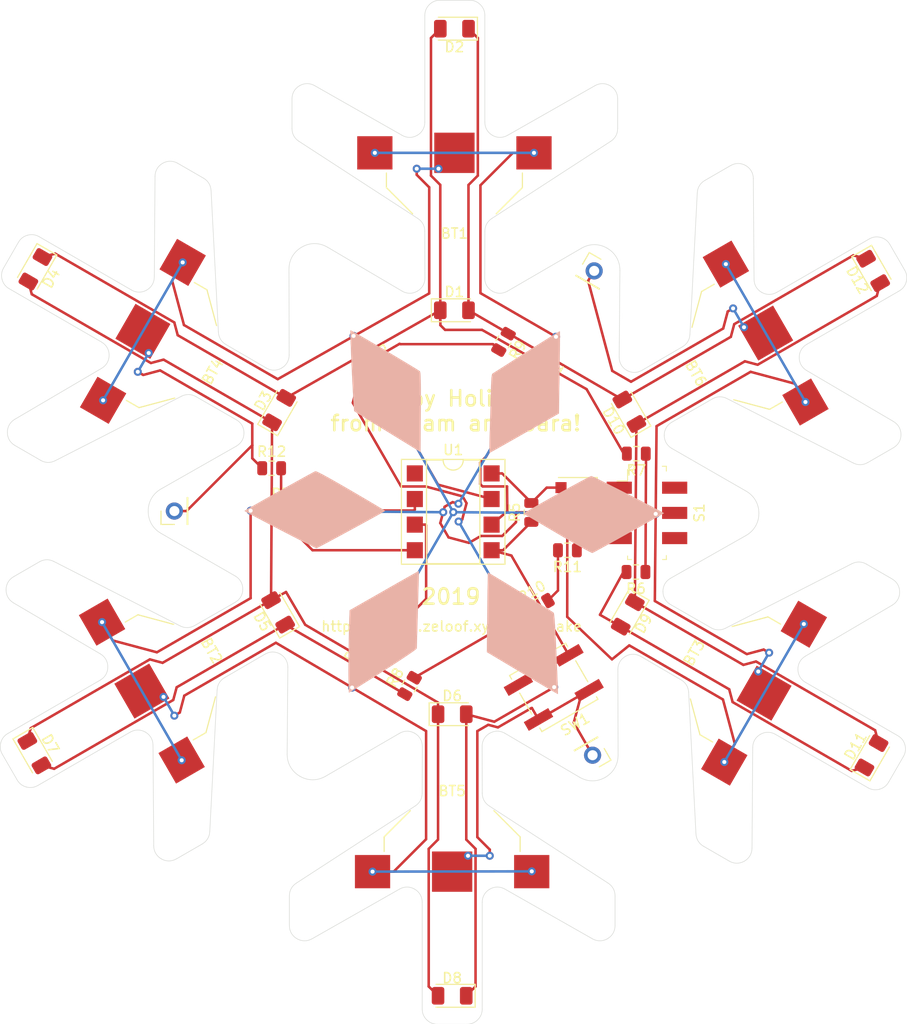
<source format=kicad_pcb>
(kicad_pcb (version 20171130) (host pcbnew "(5.1.0)-1")
  (layers (0 F.Cu signal) (31 B.Cu signal) (34 B.Paste user hide) (35 F.Paste user hide) (36 B.SilkS user) (37 F.SilkS user) (38 B.Mask user) (39 F.Mask user hide) (44 Edge.Cuts user))
  (net 0 "")
  (net 1 "Net-(BT1-Pad1)")
  (net 2 "Net-(BT1-Pad2)")
  (net 3 GND)
  (net 4 "Net-(D1-Pad2)")
  (net 5 "Net-(D1-Pad1)")
  (net 6 "Net-(D3-Pad1)")
  (net 7 "Net-(D10-Pad1)")
  (net 8 "Net-(R1-Pad2)")
  (net 9 "Net-(R2-Pad2)")
  (net 10 "Net-(R3-Pad2)")
  (net 11 "Net-(R4-Pad2)")
  (net 12 "Net-(U1-Pad1)")
  (net 13 "Net-(D13-Pad2)")
  (net 14 "Net-(D13-Pad1)")
  (net 15 "Net-(S1-Pad6)")
  (net 16 "Net-(S1-Pad5)")
  (net 17 "Net-(S1-Pad4)")
  (net 18 "Net-(S1-Pad3)")
  (net 19 "Net-(R5-Pad1)")
  (net 20 "Net-(D11-Pad1)")
  (net 21 "Net-(R6-Pad1)")
  (net 22 "Net-(D5-Pad1)")
  (net 23 "Net-(D10-Pad2)")
  (net 24 "Net-(R10-Pad2)")
  (net 25 "Net-(R10-Pad1)")
  (net 26 "Net-(R12-Pad2)")
  (module Battery:BatteryHolder_Keystone_3000_1x12mm (layer F.Cu) (at 117.642319 139.871257 300)
    (fp_text reference BT2 (at 0 -8 300) (layer F.SilkS))
    (fp_text value Battery_Cell)
    (pad 1 smd rect (at -7.9 0 300) (size 3.5 3.3) (layers F.Cu F.Paste F.Mask) (net 1 "Net-(BT1-Pad1)"))
    (pad 1 smd rect (at 7.9 0 300) (size 3.5 3.3) (layers F.Cu F.Paste F.Mask) (net 1 "Net-(BT1-Pad1)"))
    (pad 2 smd rect (at 0 0 300) (size 4 4) (layers F.Cu F.Mask) (net 2 "Net-(BT1-Pad2)"))
  )
  (module Battery:BatteryHolder_Keystone_3000_1x12mm (layer F.Cu) (at 117.745542 104.177726 240)
    (fp_text reference BT4 (at 0 -8 240) (layer F.SilkS))
    (fp_text value Battery_Cell)
    (pad 2 smd rect (at 0 0 240) (size 4 4) (layers F.Cu F.Mask) (net 3 GND))
    (pad 1 smd rect (at 7.9 0 240) (size 3.5 3.3) (layers F.Cu F.Paste F.Mask) (net 2 "Net-(BT1-Pad2)"))
    (pad 1 smd rect (at -7.9 0 240) (size 3.5 3.3) (layers F.Cu F.Paste F.Mask) (net 2 "Net-(BT1-Pad2)"))
  )
  (module Battery:BatteryHolder_Keystone_3000_1x12mm (layer F.Cu) (at 148.67306 86.46498 180)
    (fp_text reference BT1 (at 0 -8 180) (layer F.SilkS))
    (fp_text value Battery_Cell)
    (pad 1 smd rect (at -7.9 0 180) (size 3.5 3.3) (layers F.Cu F.Paste F.Mask) (net 1 "Net-(BT1-Pad1)"))
    (pad 1 smd rect (at 7.9 0 180) (size 3.5 3.3) (layers F.Cu F.Paste F.Mask) (net 1 "Net-(BT1-Pad1)"))
    (pad 2 smd rect (at 0 0 180) (size 4 4) (layers F.Cu F.Mask) (net 2 "Net-(BT1-Pad2)"))
  )
  (module Battery:BatteryHolder_Keystone_3000_1x12mm (layer F.Cu) (at 179.572272 104.34727 120)
    (fp_text reference BT6 (at 0 -8 120) (layer F.SilkS))
    (fp_text value Battery_Cell)
    (pad 2 smd rect (at 0 0 120) (size 4 4) (layers F.Cu F.Mask) (net 3 GND))
    (pad 1 smd rect (at 7.9 0 120) (size 3.5 3.3) (layers F.Cu F.Paste F.Mask) (net 2 "Net-(BT1-Pad2)"))
    (pad 1 smd rect (at -7.9 0 120) (size 3.5 3.3) (layers F.Cu F.Paste F.Mask) (net 2 "Net-(BT1-Pad2)"))
  )
  (module Battery:BatteryHolder_Keystone_3000_1x12mm (layer F.Cu) (at 179.411915 140.079962 60)
    (fp_text reference BT3 (at 0 -8 60) (layer F.SilkS))
    (fp_text value Battery_Cell)
    (pad 1 smd rect (at -7.9 0 60) (size 3.5 3.3) (layers F.Cu F.Paste F.Mask) (net 1 "Net-(BT1-Pad1)"))
    (pad 1 smd rect (at 7.9 0 60) (size 3.5 3.3) (layers F.Cu F.Paste F.Mask) (net 1 "Net-(BT1-Pad1)"))
    (pad 2 smd rect (at 0 0 60) (size 4 4) (layers F.Cu F.Mask) (net 2 "Net-(BT1-Pad2)"))
  )
  (module Battery:BatteryHolder_Keystone_3000_1x12mm (layer F.Cu) (at 148.447085 157.787408)
    (fp_text reference BT5 (at 0 -8) (layer F.SilkS))
    (fp_text value Battery_Cell)
    (pad 1 smd rect (at -7.9 0) (size 3.5 3.3) (layers F.Cu F.Paste F.Mask) (net 2 "Net-(BT1-Pad2)"))
    (pad 1 smd rect (at 7.9 0) (size 3.5 3.3) (layers F.Cu F.Paste F.Mask) (net 2 "Net-(BT1-Pad2)"))
    (pad 2 smd rect (at 0 0) (size 4 4) (layers F.Cu F.Mask) (net 3 GND))
  )
  (module Diode_SMD:D_SOD-123F (layer F.Cu) (at 160.655 119.6848 180)
    (fp_text reference D13 (at -0.127 -1.905 180) (layer F.SilkS))
    (fp_text value 1N4004)
    (pad 2 smd rect (at 1.4 0 180) (size 1.1 1.1) (layers F.Cu F.Paste F.Mask) (net 13 "Net-(D13-Pad2)"))
    (pad 1 smd rect (at -1.4 0 180) (size 1.1 1.1) (layers F.Cu F.Paste F.Mask) (net 14 "Net-(D13-Pad1)"))
  )
  (module MountingHole:MountingHole_2.5mm (layer F.Cu) (at 135.00634 98.405071)
    (fp_text reference REF** hide)
    (fp_text value MountingHole_2.5mm)
    (pad 1 np_thru_hole circle (at 0 0) (size 2.5 2.5) (drill 2.5) (layers *.Cu *.Mask))
  )
  (module snowflake:snowflake_points (layer F.Cu) (at 148.56994 122.077871)
    (fp_text reference G*** hide)
    (fp_text value LOGO hide)
  )
  (module snowflake:snowflake_mask (layer F.Cu) (at 148.67154 122.02707)
    (fp_text reference G*** hide)
    (fp_text value LOGO hide)
  )
  (module Connector_PinHeader_2.54mm:PinHeader_1x01_P2.54mm_Vertical (layer F.Cu) (at 162.548081 98.17778 330)
    (fp_text reference REF** hide)
    (fp_text value PinHeader_1x01_P2.54mm_Vertical)
    (pad 1 thru_hole circle (at 0 0 330) (size 1.7 1.7) (drill 1) (layers *.Cu *.Mask) (net 3 GND))
  )
  (module Resistor_SMD:R_0805_2012Metric (layer F.Cu) (at 130.530059 117.75977)
    (fp_text reference R12 (at 0 -1.65) (layer F.SilkS))
    (fp_text value 0)
    (pad 1 smd roundrect (at -0.9375 0) (size 0.975 1.4) (layers F.Cu F.Paste F.Mask) (net 3 GND))
    (pad 2 smd roundrect (at 0.9375 0) (size 0.975 1.4) (layers F.Cu F.Paste F.Mask) (net 26 "Net-(R12-Pad2)"))
  )
  (module Connector_PinHeader_2.54mm:PinHeader_1x01_P2.54mm_Vertical (layer F.Cu) (at 162.390713 146.235264 210)
    (fp_text reference REF** hide)
    (fp_text value PinHeader_1x01_P2.54mm_Vertical)
    (pad 1 thru_hole circle (at 0 0 210) (size 1.7 1.7) (drill 1) (layers *.Cu *.Mask) (net 3 GND))
  )
  (module Connector_PinHeader_2.54mm:PinHeader_1x01_P2.54mm_Vertical (layer F.Cu) (at 120.873012 122.009466 90)
    (fp_text reference REF** hide)
    (fp_text value PinHeader_1x01_P2.54mm_Vertical)
    (pad 1 thru_hole circle (at 0 0 90) (size 1.7 1.7) (drill 1) (layers *.Cu *.Mask) (net 3 GND))
  )
  (module Resistor_SMD:R_0805_2012Metric (layer F.Cu) (at 159.890422 125.901525 180)
    (fp_text reference R11 (at 0 -1.65 180) (layer F.SilkS))
    (fp_text value 0)
    (pad 1 smd roundrect (at -0.9375 0 180) (size 0.975 1.4) (layers F.Cu F.Paste F.Mask) (net 7 "Net-(D10-Pad1)"))
    (pad 2 smd roundrect (at 0.9375 0 180) (size 0.975 1.4) (layers F.Cu F.Paste F.Mask) (net 25 "Net-(R10-Pad1)"))
  )
  (module Resistor_SMD:R_0805_2012Metric (layer F.Cu) (at 157.145414 131.357836 210)
    (fp_text reference R10 (at 0 1.562898 210) (layer F.SilkS))
    (fp_text value 0)
    (pad 1 smd roundrect (at -0.9375 0 210) (size 0.975 1.4) (layers F.Cu F.Paste F.Mask) (net 25 "Net-(R10-Pad1)"))
    (pad 2 smd roundrect (at 0.9375 0 210) (size 0.975 1.4) (layers F.Cu F.Paste F.Mask) (net 24 "Net-(R10-Pad2)"))
  )
  (module Resistor_SMD:R_0805_2012Metric (layer F.Cu) (at 153.545868 105.219622 240)
    (fp_text reference R9 (at 0 -1.65 240) (layer F.SilkS))
    (fp_text value 0)
    (pad 1 smd roundrect (at -0.9375 0 240) (size 0.975 1.4) (layers F.Cu F.Paste F.Mask) (net 4 "Net-(D1-Pad2)"))
    (pad 2 smd roundrect (at 0.9375 0 240) (size 0.975 1.4) (layers F.Cu F.Paste F.Mask) (net 23 "Net-(D10-Pad2)"))
  )
  (module Resistor_SMD:R_0805_2012Metric (layer F.Cu) (at 144.216391 139.361487 60)
    (fp_text reference R8 (at 0 -1.65 60) (layer F.SilkS))
    (fp_text value 0)
    (pad 1 smd roundrect (at -0.9375 0 60) (size 0.975 1.4) (layers F.Cu F.Paste F.Mask) (net 22 "Net-(D5-Pad1)"))
    (pad 2 smd roundrect (at 0.9375 0 60) (size 0.975 1.4) (layers F.Cu F.Paste F.Mask) (net 24 "Net-(R10-Pad2)"))
  )
  (module Resistor_SMD:R_0805_2012Metric (layer F.Cu) (at 166.731763 116.314919 180)
    (fp_text reference R7 (at 0 -1.65 180) (layer F.SilkS))
    (fp_text value 0)
    (pad 1 smd roundrect (at -0.9375 0 180) (size 0.975 1.4) (layers F.Cu F.Paste F.Mask) (net 21 "Net-(R6-Pad1)"))
    (pad 2 smd roundrect (at 0.9375 0 180) (size 0.975 1.4) (layers F.Cu F.Paste F.Mask) (net 5 "Net-(D1-Pad1)"))
  )
  (module Resistor_SMD:R_0805_2012Metric (layer F.Cu) (at 166.698383 128.056735 180)
    (fp_text reference R6 (at 0 -1.65 180) (layer F.SilkS))
    (fp_text value 0)
    (pad 1 smd roundrect (at -0.9375 0 180) (size 0.975 1.4) (layers F.Cu F.Paste F.Mask) (net 21 "Net-(R6-Pad1)"))
    (pad 2 smd roundrect (at 0.9375 0 180) (size 0.975 1.4) (layers F.Cu F.Paste F.Mask) (net 20 "Net-(D11-Pad1)"))
  )
  (module LED_SMD:LED_1206_3216Metric (layer F.Cu) (at 131.172002 132.063356 120)
    (fp_text reference D5 (at 0 -1.82 120) (layer F.SilkS))
    (fp_text value LED)
    (pad 2 smd roundrect (at 1.4 0 120) (size 1.25 1.75) (layers F.Cu F.Paste F.Mask) (roundrect_rratio 0.2) (net 6 "Net-(D3-Pad1)"))
    (pad 1 smd roundrect (at -1.4 0 120) (size 1.25 1.75) (layers F.Cu F.Paste F.Mask) (roundrect_rratio 0.2) (net 22 "Net-(D5-Pad1)"))
  )
  (module LED_SMD:LED_1206_3216Metric (layer F.Cu) (at 106.973747 146.030761 300)
    (fp_text reference D7 (at 0 -1.82 300) (layer F.SilkS))
    (fp_text value LED)
    (pad 2 smd roundrect (at 1.4 0 300) (size 1.25 1.75) (layers F.Cu F.Paste F.Mask) (roundrect_rratio 0.2) (net 22 "Net-(D5-Pad1)"))
    (pad 1 smd roundrect (at -1.4 0 300) (size 1.25 1.75) (layers F.Cu F.Paste F.Mask) (roundrect_rratio 0.2) (net 6 "Net-(D3-Pad1)"))
  )
  (module LED_SMD:LED_1206_3216Metric (layer F.Cu) (at 148.450083 142.166417)
    (fp_text reference D6 (at 0 -1.82) (layer F.SilkS))
    (fp_text value LED)
    (pad 2 smd roundrect (at 1.4 0) (size 1.25 1.75) (layers F.Cu F.Paste F.Mask) (roundrect_rratio 0.2) (net 23 "Net-(D10-Pad2)"))
    (pad 1 smd roundrect (at -1.4 0) (size 1.25 1.75) (layers F.Cu F.Paste F.Mask) (roundrect_rratio 0.2) (net 6 "Net-(D3-Pad1)"))
  )
  (module LED_SMD:LED_1206_3216Metric (layer F.Cu) (at 148.447075 170.106415 180)
    (fp_text reference D8 (at 0 1.755215 180) (layer F.SilkS))
    (fp_text value LED)
    (pad 2 smd roundrect (at 1.4 0 180) (size 1.25 1.75) (layers F.Cu F.Paste F.Mask) (roundrect_rratio 0.2) (net 6 "Net-(D3-Pad1)"))
    (pad 1 smd roundrect (at -1.4 0 180) (size 1.25 1.75) (layers F.Cu F.Paste F.Mask) (roundrect_rratio 0.2) (net 23 "Net-(D10-Pad2)"))
  )
  (module LED_SMD:LED_1206_3216Metric (layer F.Cu) (at 107.076977 98.018223 240)
    (fp_text reference D4 (at 0 -1.82 240) (layer F.SilkS))
    (fp_text value LED)
    (pad 2 smd roundrect (at 1.4 0 240) (size 1.25 1.75) (layers F.Cu F.Paste F.Mask) (roundrect_rratio 0.2) (net 6 "Net-(D3-Pad1)"))
    (pad 1 smd roundrect (at -1.4 0 240) (size 1.25 1.75) (layers F.Cu F.Paste F.Mask) (roundrect_rratio 0.2) (net 5 "Net-(D1-Pad1)"))
  )
  (module LED_SMD:LED_1206_3216Metric (layer F.Cu) (at 131.272227 111.990817 60)
    (fp_text reference D3 (at 0 -1.82 60) (layer F.SilkS))
    (fp_text value LED)
    (pad 2 smd roundrect (at 1.4 0 60) (size 1.25 1.75) (layers F.Cu F.Paste F.Mask) (roundrect_rratio 0.2) (net 5 "Net-(D1-Pad1)"))
    (pad 1 smd roundrect (at -1.4 0 60) (size 1.25 1.75) (layers F.Cu F.Paste F.Mask) (roundrect_rratio 0.2) (net 6 "Net-(D3-Pad1)"))
  )
  (module LED_SMD:LED_1206_3216Metric (layer F.Cu) (at 190.080484 146.239468 60)
    (fp_text reference D11 (at 0 -1.82 60) (layer F.SilkS))
    (fp_text value LED)
    (pad 2 smd roundrect (at 1.4 0 60) (size 1.25 1.75) (layers F.Cu F.Paste F.Mask) (roundrect_rratio 0.2) (net 7 "Net-(D10-Pad1)"))
    (pad 1 smd roundrect (at -1.4 0 60) (size 1.25 1.75) (layers F.Cu F.Paste F.Mask) (roundrect_rratio 0.2) (net 20 "Net-(D11-Pad1)"))
  )
  (module LED_SMD:LED_1206_3216Metric (layer F.Cu) (at 165.885232 132.266869 240)
    (fp_text reference D9 (at 0 -1.82 240) (layer F.SilkS))
    (fp_text value LED)
    (pad 2 smd roundrect (at 1.4 0 240) (size 1.25 1.75) (layers F.Cu F.Paste F.Mask) (roundrect_rratio 0.2) (net 20 "Net-(D11-Pad1)"))
    (pad 1 smd roundrect (at -1.4 0 240) (size 1.25 1.75) (layers F.Cu F.Paste F.Mask) (roundrect_rratio 0.2) (net 7 "Net-(D10-Pad1)"))
  )
  (module LED_SMD:LED_1206_3216Metric (layer F.Cu) (at 166.04259 112.155174 120)
    (fp_text reference D10 (at 0 -1.82 120) (layer F.SilkS))
    (fp_text value LED)
    (pad 1 smd roundrect (at -1.4 0 120) (size 1.25 1.75) (layers F.Cu F.Paste F.Mask) (roundrect_rratio 0.2) (net 7 "Net-(D10-Pad1)"))
    (pad 2 smd roundrect (at 1.4 0 120) (size 1.25 1.75) (layers F.Cu F.Paste F.Mask) (roundrect_rratio 0.2) (net 23 "Net-(D10-Pad2)"))
  )
  (module LED_SMD:LED_1206_3216Metric (layer F.Cu) (at 190.24084 98.187771 300)
    (fp_text reference D12 (at 0 1.79677 300) (layer F.SilkS))
    (fp_text value LED)
    (pad 1 smd roundrect (at -1.4 0 300) (size 1.25 1.75) (layers F.Cu F.Paste F.Mask) (roundrect_rratio 0.2) (net 23 "Net-(D10-Pad2)"))
    (pad 2 smd roundrect (at 1.4 0 300) (size 1.25 1.75) (layers F.Cu F.Paste F.Mask) (roundrect_rratio 0.2) (net 7 "Net-(D10-Pad1)"))
  )
  (module LED_SMD:LED_1206_3216Metric (layer F.Cu) (at 148.670063 102.085972)
    (fp_text reference D1 (at 0 -1.82) (layer F.SilkS))
    (fp_text value LED)
    (pad 1 smd roundrect (at -1.4 0) (size 1.25 1.75) (layers F.Cu F.Paste F.Mask) (roundrect_rratio 0.2) (net 5 "Net-(D1-Pad1)"))
    (pad 2 smd roundrect (at 1.4 0) (size 1.25 1.75) (layers F.Cu F.Paste F.Mask) (roundrect_rratio 0.2) (net 4 "Net-(D1-Pad2)"))
  )
  (module Button_Switch_SMD:SW_Push_1P1T_NO_CK_KSC6xxJ (layer F.Cu) (at 158.532402 139.50604 30)
    (fp_text reference SW1 (at 0 4.24 30) (layer F.SilkS))
    (fp_text value SW_Push)
    (pad 1 smd rect (at -2.9 -2 30) (size 2.8 1) (layers F.Cu F.Paste F.Mask) (net 19 "Net-(R5-Pad1)"))
    (pad 1 smd rect (at 2.9 -2 30) (size 2.8 1) (layers F.Cu F.Paste F.Mask) (net 19 "Net-(R5-Pad1)"))
    (pad 2 smd rect (at -2.9 2 30) (size 2.8 1) (layers F.Cu F.Paste F.Mask) (net 3 GND))
    (pad 2 smd rect (at 2.9 2 30) (size 2.8 1) (layers F.Cu F.Paste F.Mask) (net 3 GND))
  )
  (module Resistor_SMD:R_0805_2012Metric (layer F.Cu) (at 156.311304 122.147747 90)
    (fp_text reference R5 (at 0 -1.65 90) (layer F.SilkS))
    (fp_text value 4k7)
    (pad 1 smd roundrect (at -0.9375 0 90) (size 0.975 1.4) (layers F.Cu F.Paste F.Mask) (net 19 "Net-(R5-Pad1)"))
    (pad 2 smd roundrect (at 0.9375 0 90) (size 0.975 1.4) (layers F.Cu F.Paste F.Mask) (net 13 "Net-(D13-Pad2)"))
  )
  (module Package_DIP:DIP-8_W7.62mm_SMDSocket_SmallPads (layer F.Cu) (at 148.552224 122.085506)
    (fp_text reference U1 (at 0 -6.14) (layer F.SilkS))
    (fp_text value ATtiny85-20PU)
    (pad 1 smd rect (at -3.81 -3.81) (size 1.6 1.6) (layers F.Cu F.Paste F.Mask) (net 12 "Net-(U1-Pad1)"))
    (pad 5 smd rect (at 3.81 3.81) (size 1.6 1.6) (layers F.Cu F.Paste F.Mask) (net 19 "Net-(R5-Pad1)"))
    (pad 2 smd rect (at -3.81 -1.27) (size 1.6 1.6) (layers F.Cu F.Paste F.Mask) (net 10 "Net-(R3-Pad2)"))
    (pad 6 smd rect (at 3.81 1.27) (size 1.6 1.6) (layers F.Cu F.Paste F.Mask) (net 8 "Net-(R1-Pad2)"))
    (pad 3 smd rect (at -3.81 1.27) (size 1.6 1.6) (layers F.Cu F.Paste F.Mask) (net 11 "Net-(R4-Pad2)"))
    (pad 7 smd rect (at 3.81 -1.27) (size 1.6 1.6) (layers F.Cu F.Paste F.Mask) (net 9 "Net-(R2-Pad2)"))
    (pad 4 smd rect (at -3.81 3.81) (size 1.6 1.6) (layers F.Cu F.Paste F.Mask) (net 26 "Net-(R12-Pad2)"))
    (pad 8 smd rect (at 3.81 -3.81) (size 1.6 1.6) (layers F.Cu F.Paste F.Mask) (net 13 "Net-(D13-Pad2)"))
  )
  (module digikey-footprints:Switch_Slide_JS202011SCQN (layer F.Cu) (at 167.78878 122.193213 270)
    (fp_text reference S1 (at 0 -5.2 270) (layer F.SilkS))
    (fp_text value JS202011SCQN)
    (pad 3 smd rect (at 2.5 2.75 270) (size 1.2 2.5) (layers F.Cu F.Paste F.Mask) (net 18 "Net-(S1-Pad3)"))
    (pad 2 smd rect (at 0 2.75 270) (size 1.2 2.5) (layers F.Cu F.Paste F.Mask) (net 1 "Net-(BT1-Pad1)"))
    (pad 1 smd rect (at -2.5 2.75 270) (size 1.2 2.5) (layers F.Cu F.Paste F.Mask) (net 14 "Net-(D13-Pad1)"))
    (pad 4 smd rect (at -2.5 -2.75 270) (size 1.2 2.5) (layers F.Cu F.Paste F.Mask) (net 17 "Net-(S1-Pad4)"))
    (pad 5 smd rect (at 0 -2.75 270) (size 1.2 2.5) (layers F.Cu F.Paste F.Mask) (net 16 "Net-(S1-Pad5)"))
    (pad 6 smd rect (at 2.5 -2.75 270) (size 1.2 2.5) (layers F.Cu F.Paste F.Mask) (net 15 "Net-(S1-Pad6)"))
  )
  (module Resistor_SMD:R_0805_2012Metric (layer F.Cu) (at 140.027118 136.902218 60)
    (fp_text reference R4 (at 0 -1.65 60) (layer F.SilkS))
    (fp_text value 68)
    (pad 2 smd roundrect (at 0.9375 0 60) (size 0.975 1.4) (layers F.Cu F.Paste F.Mask) (net 11 "Net-(R4-Pad2)"))
    (pad 1 smd roundrect (at -0.9375 0 60) (size 0.975 1.4) (layers F.Cu F.Paste F.Mask) (net 22 "Net-(D5-Pad1)"))
  )
  (module Resistor_SMD:R_0805_2012Metric (layer F.Cu) (at 131.465856 121.957704)
    (fp_text reference R3 (at 0 -1.65) (layer F.SilkS))
    (fp_text value 68)
    (pad 1 smd roundrect (at -0.9375 0) (size 0.975 1.4) (layers F.Cu F.Paste F.Mask) (net 6 "Net-(D3-Pad1)"))
    (pad 2 smd roundrect (at 0.9375 0) (size 0.975 1.4) (layers F.Cu F.Paste F.Mask) (net 10 "Net-(R3-Pad2)"))
  )
  (module Resistor_SMD:R_0805_2012Metric (layer F.Cu) (at 140.08375 107.224179 300)
    (fp_text reference R2 (at 0 -1.65 300) (layer F.SilkS))
    (fp_text value 68)
    (pad 1 smd roundrect (at -0.9375 0 300) (size 0.975 1.4) (layers F.Cu F.Paste F.Mask) (net 5 "Net-(D1-Pad1)"))
    (pad 2 smd roundrect (at 0.9375 0 300) (size 0.975 1.4) (layers F.Cu F.Paste F.Mask) (net 9 "Net-(R2-Pad2)"))
  )
  (module Resistor_SMD:R_0805_2012Metric (layer F.Cu) (at 157.244005 107.335697 240)
    (fp_text reference R1 (at 0 -1.65 240) (layer F.SilkS))
    (fp_text value 68)
    (pad 1 smd roundrect (at -0.9375 0 240) (size 0.975 1.4) (layers F.Cu F.Paste F.Mask) (net 4 "Net-(D1-Pad2)"))
    (pad 2 smd roundrect (at 0.9375 0 240) (size 0.975 1.4) (layers F.Cu F.Paste F.Mask) (net 8 "Net-(R1-Pad2)"))
  )
  (module LED_SMD:LED_1206_3216Metric (layer F.Cu) (at 148.67306 74.145978 180)
    (fp_text reference D2 (at 0 -1.82 180) (layer F.SilkS))
    (fp_text value LED)
    (pad 1 smd roundrect (at -1.4 0 180) (size 1.25 1.75) (layers F.Cu F.Paste F.Mask) (roundrect_rratio 0.2) (net 4 "Net-(D1-Pad2)"))
    (pad 2 smd roundrect (at 1.4 0 180) (size 1.25 1.75) (layers F.Cu F.Paste F.Mask) (roundrect_rratio 0.2) (net 5 "Net-(D1-Pad1)"))
  )
  (gr_text http://adam.zeloof.xyz/snowflake (at 148.3868 133.4516) (layer F.SilkS) (effects (font (size 1 1))))
  (gr_text 2019 (at 148.336 130.5052) (layer F.SilkS) (effects (font (size 1.524 1.524) (thickness 0.254))))
  (gr_text "Happy Holidays\nfrom Adam and Sara!" (at 148.79854 112.070272) (layer F.SilkS) (effects (font (size 1.524 1.524) (thickness 0.254))))
  (gr_line (start 105.034459 112.900976) (end 113.65226 107.842878) (layer Edge.Cuts) (width 0.05))
  (gr_line (start 107.59896 116.977678) (end 105.043763 115.502369) (layer Edge.Cuts) (width 0.05))
  (gr_line (start 121.576961 110.617776) (end 109.035468 117.014973) (layer Edge.Cuts) (width 0.05))
  (gr_line (start 127.024962 112.954973) (end 123.009365 110.652869) (layer Edge.Cuts) (width 0.05))
  (gr_line (start 119.555363 119.811078) (end 127.019964 115.569274) (layer Edge.Cuts) (width 0.05))
  (gr_line (start 126.908867 128.451772) (end 119.545065 124.221875) (layer Edge.Cuts) (width 0.05))
  (gr_line (start 122.879857 133.371873) (end 126.907658 131.062578) (layer Edge.Cuts) (width 0.05))
  (gr_line (start 108.905961 127.009678) (end 121.447462 133.406877) (layer Edge.Cuts) (width 0.05))
  (gr_line (start 104.914167 128.522276) (end 107.469465 127.046975) (layer Edge.Cuts) (width 0.05))
  (gr_line (start 113.522664 136.181872) (end 104.904864 131.123779) (layer Edge.Cuts) (width 0.05))
  (gr_line (start 104.340156 144.080577) (end 113.513462 138.783272) (layer Edge.Cuts) (width 0.05))
  (gr_line (start 105.250162 148.666177) (end 103.802164 146.158275) (layer Edge.Cuts) (width 0.05))
  (gr_line (start 116.49256 143.943175) (end 107.31836 149.239079) (layer Edge.Cuts) (width 0.05))
  (gr_line (start 118.821564 155.228076) (end 118.749961 145.235878) (layer Edge.Cuts) (width 0.05))
  (gr_line (start 123.634461 155.045472) (end 121.079263 156.520778) (layer Edge.Cuts) (width 0.05))
  (gr_line (start 125.115562 139.760377) (end 124.384957 153.820176) (layer Edge.Cuts) (width 0.05))
  (gr_line (start 129.875969 136.203779) (end 125.862165 138.537379) (layer Edge.Cuts) (width 0.05))
  (gr_line (start 132.066664 146.108178) (end 132.137568 137.508174) (layer Edge.Cuts) (width 0.05))
  (gr_line (start 143.226264 144.059774) (end 135.881364 148.322476) (layer Edge.Cuts) (width 0.05))
  (gr_line (start 145.47266 150.009073) (end 145.486761 145.36618) (layer Edge.Cuts) (width 0.05))
  (gr_line (start 132.975858 158.929775) (end 144.786657 151.267075) (layer Edge.Cuts) (width 0.05))
  (gr_line (start 132.28996 163.142879) (end 132.289965 160.192375) (layer Edge.Cuts) (width 0.05))
  (gr_line (start 143.227461 159.517576) (end 134.538158 164.451677) (layer Edge.Cuts) (width 0.05))
  (gr_line (start 145.476668 171.419573) (end 145.475863 160.82627) (layer Edge.Cuts) (width 0.05))
  (gr_line (start 149.902864 172.924276) (end 147.00686 172.924277) (layer Edge.Cuts) (width 0.05))
  (gr_line (start 151.433863 160.826175) (end 151.433066 171.419573) (layer Edge.Cuts) (width 0.05))
  (gr_line (start 162.371566 164.451678) (end 153.68226 159.517577) (layer Edge.Cuts) (width 0.05))
  (gr_line (start 164.619863 160.192375) (end 164.619867 163.142876) (layer Edge.Cuts) (width 0.05))
  (gr_line (start 152.123063 151.267079) (end 163.93386 158.929775) (layer Edge.Cuts) (width 0.05))
  (gr_line (start 151.423063 145.366173) (end 151.437162 150.009075) (layer Edge.Cuts) (width 0.05))
  (gr_line (start 161.096265 148.421678) (end 153.683557 144.059776) (layer Edge.Cuts) (width 0.05))
  (gr_curve (pts (xy 150.983267 172.492574) (xy 150.684665 172.786277) (xy 150.321659 172.931279) (xy 149.902864 172.924276)) (layer Edge.Cuts) (width 0.05))
  (gr_curve (pts (xy 145.926461 172.492578) (xy 146.225159 172.786276) (xy 146.588058 172.931277) (xy 147.00686 172.924277)) (layer Edge.Cuts) (width 0.05))
  (gr_line (start 164.901864 137.732673) (end 164.921263 146.225175) (layer Edge.Cuts) (width 0.05))
  (gr_line (start 171.177165 138.761779) (end 167.163462 136.428178) (layer Edge.Cuts) (width 0.05))
  (gr_line (start 172.654259 154.044579) (end 171.923764 139.984776) (layer Edge.Cuts) (width 0.05))
  (gr_line (start 175.960166 156.745278) (end 173.404863 155.269977) (layer Edge.Cuts) (width 0.05))
  (gr_line (start 178.289364 145.460277) (end 178.21776 155.452672) (layer Edge.Cuts) (width 0.05))
  (gr_line (start 189.721865 149.463476) (end 180.546859 144.16758) (layer Edge.Cuts) (width 0.05))
  (gr_line (start 193.237964 146.382676) (end 191.790062 148.89058) (layer Edge.Cuts) (width 0.05))
  (gr_line (start 183.525965 139.007673) (end 192.699965 144.305071) (layer Edge.Cuts) (width 0.05))
  (gr_curve (pts (xy 192.699965 144.305071) (xy 193.062764 144.514577) (xy 193.299261 144.825676) (xy 193.404362 145.231078)) (layer Edge.Cuts) (width 0.05))
  (gr_line (start 192.134465 131.348174) (end 183.516762 136.406276) (layer Edge.Cuts) (width 0.05))
  (gr_line (start 189.569858 127.271378) (end 192.125161 128.746776) (layer Edge.Cuts) (width 0.05))
  (gr_line (start 175.591964 133.631372) (end 188.13336 127.234079) (layer Edge.Cuts) (width 0.05))
  (gr_line (start 170.131664 131.287077) (end 174.159463 133.596277) (layer Edge.Cuts) (width 0.05))
  (gr_line (start 177.614564 124.438077) (end 170.130557 128.676281) (layer Edge.Cuts) (width 0.05))
  (gr_line (start 170.26016 115.797374) (end 177.624866 120.027277) (layer Edge.Cuts) (width 0.05))
  (gr_line (start 174.289064 110.877273) (end 170.261162 113.18658) (layer Edge.Cuts) (width 0.05))
  (gr_line (start 188.262966 117.239473) (end 175.721565 110.842271) (layer Edge.Cuts) (width 0.05))
  (gr_line (start 192.254761 115.726877) (end 189.699461 117.202178) (layer Edge.Cuts) (width 0.05))
  (gr_line (start 183.64626 108.067374) (end 192.264057 113.125476) (layer Edge.Cuts) (width 0.05))
  (gr_line (start 192.829559 100.168575) (end 183.655463 105.465871) (layer Edge.Cuts) (width 0.05))
  (gr_line (start 191.919658 95.582981) (end 193.367664 98.090977) (layer Edge.Cuts) (width 0.05))
  (gr_line (start 180.676463 100.306074) (end 189.85146 95.010075) (layer Edge.Cuts) (width 0.05))
  (gr_line (start 178.347361 89.021077) (end 178.418958 99.013376) (layer Edge.Cuts) (width 0.05))
  (gr_line (start 173.53446 89.203674) (end 176.089765 87.728376) (layer Edge.Cuts) (width 0.05))
  (gr_line (start 172.053362 104.488775) (end 172.783962 90.428978) (layer Edge.Cuts) (width 0.05))
  (gr_line (start 167.293063 108.045373) (end 171.306765 105.711776) (layer Edge.Cuts) (width 0.05))
  (gr_line (start 165.10326 98.14098) (end 165.031463 106.740981) (layer Edge.Cuts) (width 0.05))
  (gr_line (start 161.288562 95.926681) (end 153.942765 100.189369) (layer Edge.Cuts) (width 0.05))
  (gr_line (start 151.696363 94.240077) (end 151.682266 98.882978) (layer Edge.Cuts) (width 0.05))
  (gr_line (start 164.193064 85.319376) (end 152.382262 92.982075) (layer Edge.Cuts) (width 0.05))
  (gr_line (start 164.879065 81.106272) (end 164.879063 84.056781) (layer Edge.Cuts) (width 0.05))
  (gr_line (start 153.941464 84.73157) (end 162.630762 79.797473) (layer Edge.Cuts) (width 0.05))
  (gr_line (start 151.692267 72.829572) (end 151.693062 83.422972) (layer Edge.Cuts) (width 0.05))
  (gr_line (start 147.266163 71.324772) (end 150.162063 71.324879) (layer Edge.Cuts) (width 0.05))
  (gr_curve (pts (xy 151.242465 71.756572) (xy 150.943767 71.462876) (xy 150.580861 71.317874) (xy 150.162063 71.324879)) (layer Edge.Cuts) (width 0.05))
  (gr_line (start 145.734963 83.422879) (end 145.735858 72.829577) (layer Edge.Cuts) (width 0.05))
  (gr_line (start 134.797359 79.797476) (end 143.486659 84.731578) (layer Edge.Cuts) (width 0.05))
  (gr_line (start 132.549158 84.056777) (end 132.549158 81.106275) (layer Edge.Cuts) (width 0.05))
  (gr_line (start 145.04586 92.982074) (end 133.235064 85.319377) (layer Edge.Cuts) (width 0.05))
  (gr_line (start 145.745963 98.88298) (end 145.731761 94.240079) (layer Edge.Cuts) (width 0.05))
  (gr_line (start 136.073763 95.827378) (end 143.48536 100.189374) (layer Edge.Cuts) (width 0.05))
  (gr_line (start 132.267062 106.516574) (end 132.248665 98.023976) (layer Edge.Cuts) (width 0.05))
  (gr_line (start 125.991661 105.487375) (end 130.005462 107.820982) (layer Edge.Cuts) (width 0.05))
  (gr_line (start 124.514464 90.204581) (end 125.245165 104.264375) (layer Edge.Cuts) (width 0.05))
  (gr_line (start 121.208758 87.503876) (end 123.76396 88.979177) (layer Edge.Cuts) (width 0.05))
  (gr_line (start 118.879562 98.788774) (end 118.951162 88.796579) (layer Edge.Cuts) (width 0.05))
  (gr_line (start 107.447961 94.785677) (end 116.622062 100.081473) (layer Edge.Cuts) (width 0.05))
  (gr_line (start 103.93166 97.866474) (end 105.379662 95.358576) (layer Edge.Cuts) (width 0.05))
  (gr_line (start 113.643062 105.241478) (end 104.469764 99.944074) (layer Edge.Cuts) (width 0.05))
  (gr_curve (pts (xy 109.035468 117.014973) (xy 108.567565 117.253675) (xy 108.053964 117.240376) (xy 107.59896 116.977678)) (layer Edge.Cuts) (width 0.05))
  (gr_curve (pts (xy 127.781463 114.263577) (xy 127.782465 113.708376) (xy 127.506663 113.231172) (xy 127.024962 112.954973)) (layer Edge.Cuts) (width 0.05))
  (gr_curve (pts (xy 161.288562 95.926681) (xy 162.098764 95.456574) (xy 163.028362 95.456577) (xy 163.838464 95.926878)) (layer Edge.Cuts) (width 0.05))
  (gr_curve (pts (xy 163.838464 95.926878) (xy 164.648567 96.397068) (xy 165.109664 97.204277) (xy 165.10326 98.14098)) (layer Edge.Cuts) (width 0.05))
  (gr_curve (pts (xy 176.089765 87.728376) (xy 176.566763 87.452979) (xy 177.112261 87.451975) (xy 177.590268 87.725677)) (layer Edge.Cuts) (width 0.05))
  (gr_curve (pts (xy 151.696363 94.240077) (xy 151.697962 93.716476) (xy 151.942961 93.267074) (xy 152.382262 92.982075)) (layer Edge.Cuts) (width 0.05))
  (gr_curve (pts (xy 164.879063 84.056781) (xy 164.879065 84.582079) (xy 164.633765 85.033574) (xy 164.193064 85.319376)) (layer Edge.Cuts) (width 0.05))
  (gr_curve (pts (xy 152.434161 100.190677) (xy 151.954563 99.913474) (xy 151.680568 99.436971) (xy 151.682266 98.882978)) (layer Edge.Cuts) (width 0.05))
  (gr_curve (pts (xy 153.942765 100.189369) (xy 153.463562 100.467376) (xy 152.913761 100.467879) (xy 152.434161 100.190677)) (layer Edge.Cuts) (width 0.05))
  (gr_curve (pts (xy 179.176067 100.308576) (xy 178.698165 100.034977) (xy 178.42286 99.564079) (xy 178.418958 99.013376)) (layer Edge.Cuts) (width 0.05))
  (gr_curve (pts (xy 193.533964 99.242473) (xy 193.638961 98.836975) (xy 193.583061 98.450178) (xy 193.367664 98.090977)) (layer Edge.Cuts) (width 0.05))
  (gr_curve (pts (xy 180.676463 100.306074) (xy 180.199462 100.581377) (xy 179.653958 100.582276) (xy 179.176067 100.308576)) (layer Edge.Cuts) (width 0.05))
  (gr_curve (pts (xy 167.293063 108.045373) (xy 166.814061 108.323878) (xy 166.264462 108.324874) (xy 165.784563 108.048077)) (layer Edge.Cuts) (width 0.05))
  (gr_curve (pts (xy 191.919658 95.582981) (xy 191.716366 95.216771) (xy 191.409264 94.974877) (xy 191.005564 94.863072)) (layer Edge.Cuts) (width 0.05))
  (gr_curve (pts (xy 183.64626 108.067374) (xy 183.171262 107.788577) (xy 182.901165 107.314681) (xy 182.903062 106.763978)) (layer Edge.Cuts) (width 0.05))
  (gr_curve (pts (xy 173.53446 89.203674) (xy 173.07956 89.466274) (xy 172.811262 89.904476) (xy 172.783962 90.428978)) (layer Edge.Cuts) (width 0.05))
  (gr_curve (pts (xy 192.254761 115.726877) (xy 192.731761 115.451472) (xy 193.005259 114.979578) (xy 193.007262 114.428879)) (layer Edge.Cuts) (width 0.05))
  (gr_curve (pts (xy 169.504667 114.49167) (xy 169.504866 113.937676) (xy 169.780562 113.462076) (xy 170.261162 113.18658)) (layer Edge.Cuts) (width 0.05))
  (gr_curve (pts (xy 132.248665 98.023976) (xy 132.246661 97.087276) (xy 132.711568 96.282171) (xy 133.523863 95.815675)) (layer Edge.Cuts) (width 0.05))
  (gr_curve (pts (xy 175.721565 110.842271) (xy 175.255062 110.604374) (xy 174.743362 110.616874) (xy 174.289064 110.877273)) (layer Edge.Cuts) (width 0.05))
  (gr_curve (pts (xy 182.903062 106.763978) (xy 182.905065 106.21327) (xy 183.178561 105.741378) (xy 183.655463 105.465871)) (layer Edge.Cuts) (width 0.05))
  (gr_curve (pts (xy 178.347361 89.021077) (xy 178.343464 88.470277) (xy 178.068163 87.999276) (xy 177.590163 87.725678)) (layer Edge.Cuts) (width 0.05))
  (gr_curve (pts (xy 172.053362 104.488775) (xy 172.026165 105.01168) (xy 171.759462 105.448571) (xy 171.306765 105.711776)) (layer Edge.Cuts) (width 0.05))
  (gr_curve (pts (xy 169.504667 114.49167) (xy 169.504465 115.045676) (xy 169.779863 115.521477) (xy 170.26016 115.797374)) (layer Edge.Cuts) (width 0.05))
  (gr_curve (pts (xy 191.005564 94.863072) (xy 190.601863 94.751279) (xy 190.21416 94.800673) (xy 189.85146 95.010075)) (layer Edge.Cuts) (width 0.05))
  (gr_curve (pts (xy 188.262966 117.239473) (xy 188.73086 117.478177) (xy 189.244565 117.464875) (xy 189.699461 117.202178)) (layer Edge.Cuts) (width 0.05))
  (gr_curve (pts (xy 192.264057 113.125476) (xy 192.738967 113.40427) (xy 193.009256 113.87808) (xy 193.007262 114.428879)) (layer Edge.Cuts) (width 0.05))
  (gr_curve (pts (xy 192.829559 100.168575) (xy 193.192367 99.959074) (xy 193.42896 99.647972) (xy 193.533964 99.242473)) (layer Edge.Cuts) (width 0.05))
  (gr_curve (pts (xy 133.235064 85.319377) (xy 132.794463 85.033572) (xy 132.549162 84.582072) (xy 132.549158 84.056777)) (layer Edge.Cuts) (width 0.05))
  (gr_curve (pts (xy 165.784563 108.048077) (xy 165.30456 107.771277) (xy 165.030165 107.294975) (xy 165.031463 106.740981)) (layer Edge.Cuts) (width 0.05))
  (gr_curve (pts (xy 133.523863 95.815675) (xy 134.336062 95.349278) (xy 135.265761 95.353575) (xy 136.073763 95.827378)) (layer Edge.Cuts) (width 0.05))
  (gr_curve (pts (xy 132.267062 106.516574) (xy 132.268262 107.070077) (xy 131.993861 107.546876) (xy 131.513958 107.823676)) (layer Edge.Cuts) (width 0.05))
  (gr_curve (pts (xy 118.122466 100.084076) (xy 118.600364 99.810376) (xy 118.875564 99.339477) (xy 118.879562 98.788774)) (layer Edge.Cuts) (width 0.05))
  (gr_curve (pts (xy 106.293764 94.638678) (xy 106.697456 94.526878) (xy 107.085163 94.576272) (xy 107.447961 94.785677)) (layer Edge.Cuts) (width 0.05))
  (gr_curve (pts (xy 114.395465 106.539476) (xy 114.397363 107.090178) (xy 114.12716 107.564074) (xy 113.65226 107.842878)) (layer Edge.Cuts) (width 0.05))
  (gr_curve (pts (xy 113.643062 105.241478) (xy 114.11996 105.516875) (xy 114.393565 105.988774) (xy 114.395465 106.539476)) (layer Edge.Cuts) (width 0.05))
  (gr_curve (pts (xy 103.765362 99.017976) (xy 103.870366 99.423476) (xy 104.106961 99.734574) (xy 104.469764 99.944074)) (layer Edge.Cuts) (width 0.05))
  (gr_curve (pts (xy 103.93166 97.866474) (xy 103.716267 98.225676) (xy 103.660367 98.612473) (xy 103.765362 99.017976)) (layer Edge.Cuts) (width 0.05))
  (gr_curve (pts (xy 106.293764 94.638678) (xy 105.890064 94.750476) (xy 105.583063 94.992378) (xy 105.379662 95.358576)) (layer Edge.Cuts) (width 0.05))
  (gr_curve (pts (xy 124.514464 90.204581) (xy 124.487267 89.679976) (xy 124.218861 89.241872) (xy 123.76396 88.979177)) (layer Edge.Cuts) (width 0.05))
  (gr_curve (pts (xy 116.622062 100.081473) (xy 117.099067 100.356774) (xy 117.644566 100.357772) (xy 118.122466 100.084076)) (layer Edge.Cuts) (width 0.05))
  (gr_curve (pts (xy 130.005462 107.820982) (xy 130.484463 108.099475) (xy 131.034063 108.100477) (xy 131.513958 107.823676)) (layer Edge.Cuts) (width 0.05))
  (gr_curve (pts (xy 121.208758 87.503876) (xy 120.731756 87.228575) (xy 120.186259 87.22758) (xy 119.708366 87.501276)) (layer Edge.Cuts) (width 0.05))
  (gr_curve (pts (xy 125.991661 105.487375) (xy 125.539061 105.224175) (xy 125.272358 104.787278) (xy 125.245165 104.264375)) (layer Edge.Cuts) (width 0.05))
  (gr_curve (pts (xy 118.951162 88.796579) (xy 118.955063 88.245874) (xy 119.230358 87.774878) (xy 119.708366 87.501276)) (layer Edge.Cuts) (width 0.05))
  (gr_curve (pts (xy 169.375058 129.981977) (xy 169.375364 130.535978) (xy 169.650966 131.011576) (xy 170.131664 131.287077)) (layer Edge.Cuts) (width 0.05))
  (gr_curve (pts (xy 182.773461 137.709672) (xy 182.775462 138.260377) (xy 183.049062 138.732278) (xy 183.525965 139.007673)) (layer Edge.Cuts) (width 0.05))
  (gr_curve (pts (xy 183.516762 136.406276) (xy 183.04176 136.685073) (xy 182.771557 137.158878) (xy 182.773461 137.709672)) (layer Edge.Cuts) (width 0.05))
  (gr_curve (pts (xy 188.13336 127.234079) (xy 188.601263 126.995474) (xy 189.114957 127.008775) (xy 189.569858 127.271378)) (layer Edge.Cuts) (width 0.05))
  (gr_curve (pts (xy 178.21776 155.452672) (xy 178.213861 156.003376) (xy 177.938562 156.474279) (xy 177.460559 156.747977)) (layer Edge.Cuts) (width 0.05))
  (gr_curve (pts (xy 190.876064 149.610478) (xy 190.472365 149.722278) (xy 190.084563 149.672877) (xy 189.721865 149.463476)) (layer Edge.Cuts) (width 0.05))
  (gr_curve (pts (xy 180.546859 144.16758) (xy 180.069858 143.892278) (xy 179.524465 143.891275) (xy 179.04646 144.164976)) (layer Edge.Cuts) (width 0.05))
  (gr_curve (pts (xy 174.159463 133.596277) (xy 174.613761 133.856778) (xy 175.125462 133.869272) (xy 175.591964 133.631372)) (layer Edge.Cuts) (width 0.05))
  (gr_curve (pts (xy 178.89966 122.235675) (xy 178.897462 123.172372) (xy 178.428963 123.975274) (xy 177.614564 124.438077)) (layer Edge.Cuts) (width 0.05))
  (gr_curve (pts (xy 177.624866 120.027277) (xy 178.437065 120.493875) (xy 178.901864 121.298972) (xy 178.89966 122.235675)) (layer Edge.Cuts) (width 0.05))
  (gr_curve (pts (xy 164.901864 137.732673) (xy 164.900566 137.178776) (xy 165.175065 136.702377) (xy 165.65496 136.425576)) (layer Edge.Cuts) (width 0.05))
  (gr_curve (pts (xy 150.983267 172.492574) (xy 151.281961 172.198879) (xy 151.433064 171.838378) (xy 151.433066 171.419573)) (layer Edge.Cuts) (width 0.05))
  (gr_curve (pts (xy 192.125161 128.746776) (xy 192.602059 129.022077) (xy 192.875765 129.493971) (xy 192.877664 130.04477)) (layer Edge.Cuts) (width 0.05))
  (gr_curve (pts (xy 191.790062 148.89058) (xy 191.586759 149.256773) (xy 191.279661 149.498678) (xy 190.876064 149.610478)) (layer Edge.Cuts) (width 0.05))
  (gr_curve (pts (xy 167.163462 136.428178) (xy 166.684462 136.149677) (xy 166.134863 136.14878) (xy 165.65496 136.425576)) (layer Edge.Cuts) (width 0.05))
  (gr_curve (pts (xy 193.404362 145.231078) (xy 193.509361 145.636577) (xy 193.45346 146.023477) (xy 193.237964 146.382676)) (layer Edge.Cuts) (width 0.05))
  (gr_curve (pts (xy 171.923764 139.984776) (xy 171.896562 139.461877) (xy 171.629862 139.024976) (xy 171.177165 138.761779)) (layer Edge.Cuts) (width 0.05))
  (gr_curve (pts (xy 170.130557 128.676281) (xy 169.65016 128.952281) (xy 169.37486 129.42798) (xy 169.375058 129.981977)) (layer Edge.Cuts) (width 0.05))
  (gr_curve (pts (xy 192.877664 130.04477) (xy 192.879667 130.595477) (xy 192.60946 131.069377) (xy 192.134465 131.348174)) (layer Edge.Cuts) (width 0.05))
  (gr_curve (pts (xy 173.404863 155.269977) (xy 172.94996 155.007277) (xy 172.681567 154.569176) (xy 172.654259 154.044579)) (layer Edge.Cuts) (width 0.05))
  (gr_curve (pts (xy 177.460559 156.747977) (xy 176.982662 157.021673) (xy 176.437161 157.020675) (xy 175.960166 156.745278)) (layer Edge.Cuts) (width 0.05))
  (gr_curve (pts (xy 179.04646 144.164976) (xy 178.56856 144.438674) (xy 178.293362 144.90958) (xy 178.289364 145.460277)) (layer Edge.Cuts) (width 0.05))
  (gr_curve (pts (xy 152.175063 144.058473) (xy 151.695361 144.335677) (xy 151.421361 144.812177) (xy 151.423063 145.366173)) (layer Edge.Cuts) (width 0.05))
  (gr_curve (pts (xy 164.921263 146.225175) (xy 164.923263 147.161879) (xy 164.45846 147.966981) (xy 163.646159 148.433375)) (layer Edge.Cuts) (width 0.05))
  (gr_curve (pts (xy 144.734759 144.058477) (xy 144.255062 143.781275) (xy 143.70536 143.781676) (xy 143.226264 144.059774)) (layer Edge.Cuts) (width 0.05))
  (gr_curve (pts (xy 144.786657 151.267075) (xy 145.225962 150.982073) (xy 145.471064 150.532678) (xy 145.47266 150.009073)) (layer Edge.Cuts) (width 0.05))
  (gr_curve (pts (xy 163.646159 148.433375) (xy 162.83386 148.899878) (xy 161.904266 148.895575) (xy 161.096265 148.421678)) (layer Edge.Cuts) (width 0.05))
  (gr_curve (pts (xy 105.034459 112.900976) (xy 104.559466 113.179776) (xy 104.289263 113.653677) (xy 104.291263 114.204377)) (layer Edge.Cuts) (width 0.05))
  (gr_curve (pts (xy 104.291263 114.204377) (xy 104.293161 114.755172) (xy 104.566858 115.227076) (xy 105.043763 115.502369)) (layer Edge.Cuts) (width 0.05))
  (gr_curve (pts (xy 153.683557 144.059776) (xy 153.206065 143.778878) (xy 152.654759 143.781277) (xy 152.175063 144.058473)) (layer Edge.Cuts) (width 0.05))
  (gr_curve (pts (xy 145.926461 172.492578) (xy 145.627764 172.198877) (xy 145.47676 171.838376) (xy 145.476668 171.419573)) (layer Edge.Cuts) (width 0.05))
  (gr_curve (pts (xy 153.68226 159.517577) (xy 153.203361 159.245581) (xy 152.657868 159.248574) (xy 152.181863 159.525577)) (layer Edge.Cuts) (width 0.05))
  (gr_curve (pts (xy 163.87196 164.44368) (xy 163.395963 164.720672) (xy 162.850462 164.723579) (xy 162.371566 164.451678)) (layer Edge.Cuts) (width 0.05))
  (gr_curve (pts (xy 163.93386 158.929775) (xy 164.374562 159.215577) (xy 164.619862 159.667078) (xy 164.619863 160.192375)) (layer Edge.Cuts) (width 0.05))
  (gr_curve (pts (xy 152.181863 159.525577) (xy 151.705866 159.802678) (xy 151.43396 160.275476) (xy 151.433863 160.826175)) (layer Edge.Cuts) (width 0.05))
  (gr_curve (pts (xy 164.619867 163.142876) (xy 164.619863 163.693673) (xy 164.347963 164.166577) (xy 163.87196 164.44368)) (layer Edge.Cuts) (width 0.05))
  (gr_curve (pts (xy 151.437162 150.009075) (xy 151.438763 150.532678) (xy 151.683761 150.982077) (xy 152.123063 151.267079)) (layer Edge.Cuts) (width 0.05))
  (gr_curve (pts (xy 145.475863 160.82627) (xy 145.475764 160.275575) (xy 145.20386 159.802675) (xy 144.727862 159.525579)) (layer Edge.Cuts) (width 0.05))
  (gr_curve (pts (xy 133.037766 164.443676) (xy 133.513762 164.720676) (xy 134.059262 164.723574) (xy 134.538158 164.451677)) (layer Edge.Cuts) (width 0.05))
  (gr_curve (pts (xy 132.28996 163.142879) (xy 132.289964 163.693674) (xy 132.561866 164.166579) (xy 133.037766 164.443676)) (layer Edge.Cuts) (width 0.05))
  (gr_curve (pts (xy 132.975858 158.929775) (xy 132.535264 159.215578) (xy 132.289962 159.667074) (xy 132.289965 160.192375)) (layer Edge.Cuts) (width 0.05))
  (gr_curve (pts (xy 145.486761 145.36618) (xy 145.488367 144.812172) (xy 145.214455 144.335681) (xy 144.734759 144.058477)) (layer Edge.Cuts) (width 0.05))
  (gr_curve (pts (xy 144.727862 159.525579) (xy 144.251866 159.248577) (xy 143.706366 159.245676) (xy 143.227461 159.517576)) (layer Edge.Cuts) (width 0.05))
  (gr_curve (pts (xy 127.664258 129.757476) (xy 127.663962 130.311579) (xy 127.388365 130.787073) (xy 126.907658 131.062578)) (layer Edge.Cuts) (width 0.05))
  (gr_curve (pts (xy 124.384957 153.820176) (xy 124.357665 154.344676) (xy 124.089362 154.782875) (xy 123.634461 155.045472)) (layer Edge.Cuts) (width 0.05))
  (gr_curve (pts (xy 133.331465 148.322277) (xy 134.141566 148.792572) (xy 135.071162 148.79258) (xy 135.881364 148.322476)) (layer Edge.Cuts) (width 0.05))
  (gr_curve (pts (xy 127.664258 129.757476) (xy 127.664463 129.203579) (xy 127.389263 128.727775) (xy 126.908867 128.451772)) (layer Edge.Cuts) (width 0.05))
  (gr_curve (pts (xy 104.161565 129.820379) (xy 104.163658 129.269573) (xy 104.437163 128.797676) (xy 104.914167 128.522276)) (layer Edge.Cuts) (width 0.05))
  (gr_curve (pts (xy 104.904864 131.123779) (xy 104.429863 130.844976) (xy 104.159665 130.371073) (xy 104.161565 129.820379)) (layer Edge.Cuts) (width 0.05))
  (gr_curve (pts (xy 117.992863 143.940578) (xy 117.514959 143.666878) (xy 116.969459 143.667874) (xy 116.49256 143.943175)) (layer Edge.Cuts) (width 0.05))
  (gr_curve (pts (xy 121.079263 156.520778) (xy 120.60216 156.796176) (xy 120.056666 156.797174) (xy 119.578762 156.523476)) (layer Edge.Cuts) (width 0.05))
  (gr_curve (pts (xy 114.265864 137.485179) (xy 114.267863 136.934479) (xy 113.997662 136.460573) (xy 113.522664 136.181872)) (layer Edge.Cuts) (width 0.05))
  (gr_curve (pts (xy 113.513462 138.783272) (xy 113.990462 138.507776) (xy 114.263962 138.03588) (xy 114.265864 137.485179)) (layer Edge.Cuts) (width 0.05))
  (gr_curve (pts (xy 125.115562 139.760377) (xy 125.142761 139.237475) (xy 125.409462 138.800574) (xy 125.862165 138.537379)) (layer Edge.Cuts) (width 0.05))
  (gr_curve (pts (xy 103.802164 146.158275) (xy 103.58666 145.798979) (xy 103.530863 145.412173) (xy 103.635865 145.006672)) (layer Edge.Cuts) (width 0.05))
  (gr_curve (pts (xy 132.066664 146.108178) (xy 132.060265 147.044875) (xy 132.521361 147.852077) (xy 133.331465 148.322277)) (layer Edge.Cuts) (width 0.05))
  (gr_curve (pts (xy 129.875969 136.203779) (xy 130.354862 135.925279) (xy 130.904559 135.924278) (xy 131.384465 136.201073)) (layer Edge.Cuts) (width 0.05))
  (gr_curve (pts (xy 121.447462 133.406877) (xy 121.913864 133.644777) (xy 122.425664 133.632273) (xy 122.879857 133.371873)) (layer Edge.Cuts) (width 0.05))
  (gr_curve (pts (xy 103.635865 145.006672) (xy 103.740865 144.601171) (xy 103.977462 144.290077) (xy 104.340156 144.080577)) (layer Edge.Cuts) (width 0.05))
  (gr_curve (pts (xy 123.009365 110.652869) (xy 122.555163 110.392378) (xy 122.043468 110.379874) (xy 121.576961 110.617776)) (layer Edge.Cuts) (width 0.05))
  (gr_curve (pts (xy 119.578762 156.523476) (xy 119.100761 156.249775) (xy 118.825568 155.778877) (xy 118.821564 155.228076)) (layer Edge.Cuts) (width 0.05))
  (gr_curve (pts (xy 107.469465 127.046975) (xy 107.924363 126.784375) (xy 108.438061 126.771074) (xy 108.905961 127.009678)) (layer Edge.Cuts) (width 0.05))
  (gr_curve (pts (xy 119.545065 124.221875) (xy 118.732864 123.755274) (xy 118.268063 122.950178) (xy 118.270262 122.01347)) (layer Edge.Cuts) (width 0.05))
  (gr_curve (pts (xy 132.137568 137.508174) (xy 132.138765 136.954171) (xy 131.864366 136.477876) (xy 131.384465 136.201073)) (layer Edge.Cuts) (width 0.05))
  (gr_curve (pts (xy 127.019964 115.569274) (xy 127.502665 115.294978) (xy 127.780464 114.818878) (xy 127.781463 114.263577)) (layer Edge.Cuts) (width 0.05))
  (gr_curve (pts (xy 118.749961 145.235878) (xy 118.746066 144.685174) (xy 118.470862 144.214279) (xy 117.992863 143.940578)) (layer Edge.Cuts) (width 0.05))
  (gr_curve (pts (xy 118.270262 122.01347) (xy 118.272463 121.076878) (xy 118.740966 120.273876) (xy 119.555363 119.811078)) (layer Edge.Cuts) (width 0.05))
  (gr_curve (pts (xy 106.16416 149.38598) (xy 105.760564 149.274173) (xy 105.453459 149.032378) (xy 105.250162 148.666177)) (layer Edge.Cuts) (width 0.05))
  (gr_curve (pts (xy 107.31836 149.239079) (xy 106.955665 149.448473) (xy 106.567865 149.497776) (xy 106.16416 149.38598)) (layer Edge.Cuts) (width 0.05))
  (gr_curve (pts (xy 164.13116 79.805479) (xy 163.655163 79.528475) (xy 163.109661 79.525574) (xy 162.630762 79.797473)) (layer Edge.Cuts) (width 0.05))
  (gr_curve (pts (xy 133.296962 79.805475) (xy 132.821064 80.082577) (xy 132.549157 80.555481) (xy 132.549158 81.106275)) (layer Edge.Cuts) (width 0.05))
  (gr_curve (pts (xy 134.797359 79.797476) (xy 134.318464 79.525579) (xy 133.772961 79.528476) (xy 133.296962 79.805475)) (layer Edge.Cuts) (width 0.05))
  (gr_curve (pts (xy 164.879065 81.106272) (xy 164.879063 80.555477) (xy 164.607165 80.082575) (xy 164.13116 79.805479)) (layer Edge.Cuts) (width 0.05))
  (gr_curve (pts (xy 147.266163 71.324772) (xy 146.847265 71.317773) (xy 146.484261 71.462777) (xy 146.185664 71.756572)) (layer Edge.Cuts) (width 0.05))
  (gr_curve (pts (xy 144.987065 84.723573) (xy 144.511066 85.000573) (xy 143.965558 85.003474) (xy 143.486659 84.731578)) (layer Edge.Cuts) (width 0.05))
  (gr_curve (pts (xy 145.734963 83.422879) (xy 145.734964 83.973579) (xy 145.463061 84.446476) (xy 144.987065 84.723573)) (layer Edge.Cuts) (width 0.05))
  (gr_curve (pts (xy 145.04586 92.982074) (xy 145.485163 93.267073) (xy 145.730163 93.716472) (xy 145.731761 94.240079)) (layer Edge.Cuts) (width 0.05))
  (gr_curve (pts (xy 145.745963 98.88298) (xy 145.747565 99.436979) (xy 145.473565 99.913474) (xy 144.993858 100.190679)) (layer Edge.Cuts) (width 0.05))
  (gr_curve (pts (xy 153.941464 84.73157) (xy 153.462565 85.003579) (xy 152.917066 85.000577) (xy 152.441063 84.723572)) (layer Edge.Cuts) (width 0.05))
  (gr_curve (pts (xy 152.441063 84.723572) (xy 151.96506 84.446478) (xy 151.693162 83.973675) (xy 151.693062 83.422972)) (layer Edge.Cuts) (width 0.05))
  (gr_curve (pts (xy 151.692267 72.829572) (xy 151.692162 72.410772) (xy 151.541161 72.050279) (xy 151.242465 71.756572)) (layer Edge.Cuts) (width 0.05))
  (gr_curve (pts (xy 146.185664 71.756572) (xy 145.88696 72.050179) (xy 145.735863 72.410776) (xy 145.735858 72.829577)) (layer Edge.Cuts) (width 0.05))
  (gr_curve (pts (xy 144.993858 100.190679) (xy 144.514262 100.467875) (xy 143.964561 100.467371) (xy 143.48536 100.189374)) (layer Edge.Cuts) (width 0.05))
  (via (at 183.362393 133.220079) (size 0.8) (drill 0.4) (layers F.Cu B.Cu) (net 1))
  (via (at 121.596902 146.736707) (size 0.8) (drill 0.4) (layers F.Cu B.Cu) (net 1))
  (segment (start 156.47306 86.464977) (end 156.573063 86.464973) (width 0.25) (layer F.Cu) (net 1))
  (segment (start 140.773061 86.464977) (end 140.773061 86.464977) (width 0.25) (layer F.Cu) (net 1))
  (segment (start 176.510758 145.104918) (end 175.461917 146.921567) (width 0.25) (layer F.Cu) (net 1))
  (segment (start 175.461917 146.921567) (end 175.468636 146.909926) (width 0.25) (layer F.Cu) (net 1))
  (segment (start 175.332642 140.708149) (end 176.510758 145.104918) (width 0.25) (layer F.Cu) (net 1))
  (segment (start 113.69232 133.029658) (end 113.742316 133.116259) (width 0.25) (layer F.Cu) (net 1))
  (via (at 140.773061 86.464977) (size 0.8) (drill 0.4) (layers F.Cu B.Cu) (net 1))
  (segment (start 156.573063 86.464973) (end 156.573063 86.464973) (width 0.25) (layer F.Cu) (net 1))
  (via (at 156.573063 86.464973) (size 0.8) (drill 0.4) (layers F.Cu B.Cu) (net 1))
  (segment (start 140.773061 86.464977) (end 156.573063 86.464973) (width 0.25) (layer B.Cu) (net 1))
  (segment (start 154.475378 86.464974) (end 151.256719 89.683639) (width 0.25) (layer F.Cu) (net 1))
  (segment (start 156.573063 86.464973) (end 154.475378 86.464974) (width 0.25) (layer F.Cu) (net 1))
  (segment (start 119.137927 136.024416) (end 114.741156 134.846309) (width 0.25) (layer F.Cu) (net 1))
  (segment (start 113.69232 133.029658) (end 113.69232 133.029658) (width 0.25) (layer F.Cu) (net 1))
  (segment (start 113.69232 133.029658) (end 113.69232 133.029658) (width 0.25) (layer F.Cu) (net 1))
  (via (at 113.69232 133.029658) (size 0.8) (drill 0.4) (layers F.Cu B.Cu) (net 1))
  (segment (start 113.692312 133.029659) (end 114.741156 134.846309) (width 0.25) (layer F.Cu) (net 1))
  (segment (start 113.69232 133.029658) (end 121.596902 146.736707) (width 0.25) (layer B.Cu) (net 1))
  (segment (start 175.461917 146.921567) (end 175.461917 146.921567) (width 0.25) (layer F.Cu) (net 1))
  (segment (start 175.468636 146.909926) (end 175.511913 146.834963) (width 0.25) (layer F.Cu) (net 1))
  (via (at 175.468636 146.909926) (size 0.8) (drill 0.4) (layers F.Cu B.Cu) (net 1))
  (segment (start 175.468636 146.909926) (end 183.362393 133.220079) (width 0.25) (layer B.Cu) (net 1))
  (segment (start 119.137927 136.024416) (end 128.441975 130.652719) (width 0.25) (layer F.Cu) (net 1))
  (segment (start 175.332642 140.708149) (end 166.032429 135.338671) (width 0.25) (layer F.Cu) (net 1))
  (segment (start 151.256719 89.683639) (end 151.256722 100.384526) (width 0.25) (layer F.Cu) (net 1))
  (segment (start 128.441975 130.652719) (end 128.441975 121.971939) (width 0.25) (layer F.Cu) (net 1))
  (segment (start 128.441975 121.971939) (end 128.441975 121.971939) (width 0.25) (layer F.Cu) (net 1))
  (via (at 128.441975 121.971939) (size 0.8) (drill 0.4) (layers F.Cu B.Cu) (net 1))
  (segment (start 128.441975 121.971939) (end 147.55962 122.124338) (width 0.25) (layer B.Cu) (net 1))
  (segment (start 151.256722 100.384526) (end 158.75555 104.713977) (width 0.25) (layer F.Cu) (net 1))
  (segment (start 158.75555 104.713977) (end 158.75555 104.713977) (width 0.25) (layer F.Cu) (net 1))
  (via (at 158.75555 104.713977) (size 0.8) (drill 0.4) (layers F.Cu B.Cu) (net 1))
  (segment (start 158.75555 104.713977) (end 149.071834 121.283467) (width 0.25) (layer B.Cu) (net 1))
  (segment (start 149.071834 121.283467) (end 149.071834 121.283467) (width 0.25) (layer B.Cu) (net 1))
  (via (at 149.071834 121.283467) (size 0.8) (drill 0.4) (layers F.Cu B.Cu) (net 1))
  (segment (start 147.55962 122.124338) (end 147.55962 122.124338) (width 0.25) (layer B.Cu) (net 1))
  (via (at 147.55962 122.124338) (size 0.8) (drill 0.4) (layers F.Cu B.Cu) (net 1))
  (segment (start 166.032429 135.338671) (end 164.316374 136.721829) (width 0.25) (layer F.Cu) (net 1))
  (segment (start 164.316374 136.721829) (end 159.871373 132.505432) (width 0.25) (layer F.Cu) (net 1))
  (segment (start 159.871373 132.505432) (end 159.88121 122.152067) (width 0.25) (layer F.Cu) (net 1))
  (segment (start 165.038775 122.193215) (end 159.88121 122.152067) (width 0.25) (layer F.Cu) (net 1))
  (segment (start 159.88121 122.152067) (end 154.788637 122.131531) (width 0.25) (layer F.Cu) (net 1))
  (segment (start 153.422225 124.480506) (end 151.302224 124.480508) (width 0.25) (layer F.Cu) (net 1))
  (segment (start 154.788637 123.114092) (end 153.422225 124.480506) (width 0.25) (layer F.Cu) (net 1))
  (segment (start 154.788637 122.131531) (end 154.788637 123.114092) (width 0.25) (layer F.Cu) (net 1))
  (segment (start 147.70603 121.577929) (end 147.55962 122.124338) (width 0.25) (layer F.Cu) (net 1))
  (segment (start 148.487323 121.126849) (end 147.70603 121.577929) (width 0.25) (layer F.Cu) (net 1))
  (segment (start 149.071834 121.283467) (end 148.487323 121.126849) (width 0.25) (layer F.Cu) (net 1))
  (segment (start 147.271067 123.201233) (end 148.091487 124.622247) (width 0.25) (layer F.Cu) (net 1))
  (segment (start 147.55962 122.124338) (end 147.271067 123.201233) (width 0.25) (layer F.Cu) (net 1))
  (segment (start 150.11678 125.164921) (end 151.302224 124.480508) (width 0.25) (layer F.Cu) (net 1))
  (segment (start 148.091487 124.622247) (end 150.11678 125.164921) (width 0.25) (layer F.Cu) (net 1))
  (via (at 148.56152 122.120204) (size 0.8) (drill 0.4) (layers F.Cu B.Cu) (net 2))
  (via (at 156.352045 157.759973) (size 0.8) (drill 0.4) (layers F.Cu B.Cu) (net 2))
  (via (at 144.930608 88.039773) (size 0.8) (drill 0.4) (layers F.Cu B.Cu) (net 2))
  (via (at 147.098265 88.039773) (size 0.8) (drill 0.4) (layers F.Cu B.Cu) (net 2))
  (segment (start 121.645543 97.422726) (end 121.695545 97.336121) (width 0.25) (layer F.Cu) (net 2))
  (segment (start 140.647081 157.787417) (end 140.547079 157.787411) (width 0.25) (layer F.Cu) (net 2))
  (via (at 179.912989 136.062473) (size 0.8) (drill 0.4) (layers F.Cu B.Cu) (net 2))
  (via (at 178.835502 137.928747) (size 0.8) (drill 0.4) (layers F.Cu B.Cu) (net 2))
  (via (at 120.868841 142.310164) (size 0.8) (drill 0.4) (layers F.Cu B.Cu) (net 2))
  (via (at 119.793533 140.447676) (size 0.8) (drill 0.4) (layers F.Cu B.Cu) (net 2))
  (segment (start 144.930608 88.039775) (end 144.930608 88.039773) (width 0.25) (layer B.Cu) (net 2))
  (segment (start 147.098265 88.039773) (end 144.930608 88.039775) (width 0.25) (layer B.Cu) (net 2))
  (segment (start 179.912989 136.062473) (end 179.912989 136.062473) (width 0.25) (layer B.Cu) (net 2))
  (segment (start 178.835502 137.928747) (end 179.912989 136.062473) (width 0.25) (layer B.Cu) (net 2))
  (segment (start 120.868841 142.310164) (end 120.868841 142.310164) (width 0.25) (layer B.Cu) (net 2))
  (segment (start 119.793533 140.447676) (end 120.868841 142.310164) (width 0.25) (layer B.Cu) (net 2))
  (segment (start 113.79554 111.019326) (end 113.79554 111.019326) (width 0.25) (layer F.Cu) (net 2))
  (segment (start 183.522272 111.188874) (end 183.522272 111.188874) (width 0.25) (layer F.Cu) (net 2))
  (segment (start 175.622274 97.50567) (end 175.622274 97.50567) (width 0.25) (layer F.Cu) (net 2))
  (segment (start 179.912989 136.062473) (end 179.375625 135.752225) (width 0.25) (layer F.Cu) (net 2))
  (segment (start 179.375625 135.752225) (end 177.696401 136.202174) (width 0.25) (layer F.Cu) (net 2))
  (via (at 175.622274 97.50567) (size 0.8) (drill 0.4) (layers F.Cu B.Cu) (net 2))
  (segment (start 183.522272 111.188874) (end 183.47227 111.102271) (width 0.25) (layer F.Cu) (net 2))
  (via (at 183.522272 111.188874) (size 0.8) (drill 0.4) (layers F.Cu B.Cu) (net 2))
  (segment (start 175.622274 97.50567) (end 183.522272 111.188874) (width 0.25) (layer B.Cu) (net 2))
  (segment (start 182.473427 109.372225) (end 183.522272 111.188874) (width 0.25) (layer F.Cu) (net 2))
  (segment (start 178.076661 108.194115) (end 182.473427 109.372225) (width 0.25) (layer F.Cu) (net 2))
  (segment (start 121.695545 97.336121) (end 121.695545 97.336121) (width 0.25) (layer F.Cu) (net 2))
  (segment (start 140.547079 157.787411) (end 140.547079 157.787411) (width 0.25) (layer F.Cu) (net 2))
  (via (at 140.547079 157.787411) (size 0.8) (drill 0.4) (layers F.Cu B.Cu) (net 2))
  (segment (start 156.352045 157.759973) (end 140.547079 157.787411) (width 0.25) (layer B.Cu) (net 2))
  (segment (start 113.79554 111.019326) (end 113.79554 111.019326) (width 0.25) (layer F.Cu) (net 2))
  (via (at 113.79554 111.019326) (size 0.8) (drill 0.4) (layers F.Cu B.Cu) (net 2))
  (segment (start 121.695545 97.336121) (end 121.695545 97.336121) (width 0.25) (layer F.Cu) (net 2))
  (via (at 121.695545 97.336121) (size 0.8) (drill 0.4) (layers F.Cu B.Cu) (net 2))
  (segment (start 113.79554 111.019326) (end 121.695545 97.336121) (width 0.25) (layer B.Cu) (net 2))
  (segment (start 120.868841 142.310164) (end 121.409996 141.997728) (width 0.25) (layer F.Cu) (net 2))
  (segment (start 121.409996 141.997728) (end 121.858336 140.324475) (width 0.25) (layer F.Cu) (net 2))
  (segment (start 178.076661 108.194115) (end 168.74073 113.584217) (width 0.25) (layer F.Cu) (net 2))
  (segment (start 177.696401 136.202174) (end 168.56883 130.932377) (width 0.25) (layer F.Cu) (net 2))
  (segment (start 168.56883 130.932377) (end 168.654484 122.288034) (width 0.25) (layer F.Cu) (net 2))
  (segment (start 140.547079 157.787411) (end 140.595494 157.787412) (width 0.25) (layer F.Cu) (net 2))
  (segment (start 121.858336 140.324475) (end 130.948061 135.076522) (width 0.25) (layer F.Cu) (net 2))
  (segment (start 140.595494 157.787412) (end 142.644763 157.787416) (width 0.25) (layer F.Cu) (net 2))
  (segment (start 142.644763 157.787416) (end 145.863423 154.568755) (width 0.25) (layer F.Cu) (net 2))
  (segment (start 144.930607 88.647603) (end 144.930608 88.039773) (width 0.25) (layer F.Cu) (net 2))
  (segment (start 120.646702 99.15277) (end 121.824809 103.54954) (width 0.25) (layer F.Cu) (net 2))
  (segment (start 121.695545 97.336121) (end 120.646702 99.15277) (width 0.25) (layer F.Cu) (net 2))
  (segment (start 121.824809 103.54954) (end 131.130679 108.922283) (width 0.25) (layer F.Cu) (net 2))
  (segment (start 131.130679 108.922283) (end 138.675063 104.652835) (width 0.25) (layer F.Cu) (net 2))
  (segment (start 146.172554 100.409924) (end 146.172552 89.889551) (width 0.25) (layer F.Cu) (net 2))
  (segment (start 146.172552 89.889551) (end 144.930607 88.647603) (width 0.25) (layer F.Cu) (net 2))
  (segment (start 145.863423 154.568755) (end 145.863424 143.843502) (width 0.25) (layer F.Cu) (net 2))
  (segment (start 130.948061 135.076522) (end 138.379778 139.444753) (width 0.25) (layer F.Cu) (net 2))
  (segment (start 168.654484 122.288034) (end 168.74073 113.584217) (width 0.25) (layer F.Cu) (net 2))
  (via (at 168.654484 122.288034) (size 0.8) (drill 0.4) (layers F.Cu B.Cu) (net 2))
  (segment (start 138.675063 104.652835) (end 146.172554 100.409924) (width 0.25) (layer F.Cu) (net 2))
  (via (at 138.662364 104.630836) (size 0.8) (drill 0.4) (layers F.Cu B.Cu) (net 2))
  (segment (start 138.379778 139.444753) (end 145.863424 143.843502) (width 0.25) (layer F.Cu) (net 2))
  (via (at 138.514336 139.522442) (size 0.8) (drill 0.4) (layers F.Cu B.Cu) (net 2))
  (segment (start 148.56152 122.120204) (end 138.662364 104.630836) (width 0.25) (layer B.Cu) (net 2))
  (segment (start 148.56152 122.120204) (end 168.654484 122.288034) (width 0.25) (layer B.Cu) (net 2))
  (segment (start 138.514336 139.522442) (end 148.56152 122.120204) (width 0.25) (layer B.Cu) (net 2))
  (via (at 176.340514 101.899302) (size 0.8) (drill 0.4) (layers F.Cu B.Cu) (net 3))
  (via (at 177.421055 103.770856) (size 0.8) (drill 0.4) (layers F.Cu B.Cu) (net 3))
  (via (at 118.321961 106.328936) (size 0.8) (drill 0.4) (layers F.Cu B.Cu) (net 3))
  (via (at 117.240375 108.193148) (size 0.8) (drill 0.4) (layers F.Cu B.Cu) (net 3))
  (segment (start 117.781476 108.505559) (end 117.240375 108.193148) (width 0.25) (layer F.Cu) (net 3))
  (segment (start 119.461057 108.05551) (end 117.781476 108.505559) (width 0.25) (layer F.Cu) (net 3))
  (segment (start 117.246621 108.191473) (end 117.240375 108.193148) (width 0.25) (layer B.Cu) (net 3))
  (segment (start 118.321961 106.328936) (end 117.246621 108.191473) (width 0.25) (layer B.Cu) (net 3))
  (segment (start 177.421048 103.770853) (end 177.421055 103.770856) (width 0.25) (layer B.Cu) (net 3))
  (segment (start 176.340514 101.899302) (end 177.421048 103.770853) (width 0.25) (layer B.Cu) (net 3))
  (segment (start 175.808423 102.206506) (end 176.340514 101.899302) (width 0.25) (layer F.Cu) (net 3))
  (segment (start 175.356246 103.894056) (end 175.808423 102.206506) (width 0.25) (layer F.Cu) (net 3))
  (segment (start 152.181761 156.212616) (end 152.181766 156.212617) (width 0.25) (layer B.Cu) (net 3))
  (segment (start 150.021883 156.21261) (end 152.181761 156.212616) (width 0.25) (layer B.Cu) (net 3))
  (via (at 152.181766 156.212617) (size 0.8) (drill 0.4) (layers F.Cu B.Cu) (net 3))
  (via (at 150.021883 156.21261) (size 0.8) (drill 0.4) (layers F.Cu B.Cu) (net 3))
  (segment (start 175.356246 103.894056) (end 166.206644 109.176581) (width 0.25) (layer F.Cu) (net 3))
  (segment (start 119.461057 108.05551) (end 128.604912 113.334714) (width 0.25) (layer F.Cu) (net 3))
  (segment (start 157.020929 142.688091) (end 162.043877 139.788088) (width 0.25) (layer F.Cu) (net 3))
  (segment (start 156.365654 141.55312) (end 157.020929 142.688091) (width 0.25) (layer F.Cu) (net 3))
  (segment (start 152.181771 155.59701) (end 150.94759 154.362838) (width 0.25) (layer F.Cu) (net 3))
  (segment (start 150.94759 154.362838) (end 150.94759 143.843927) (width 0.25) (layer F.Cu) (net 3))
  (segment (start 152.181766 156.212617) (end 152.181771 155.59701) (width 0.25) (layer F.Cu) (net 3))
  (segment (start 150.94759 143.843927) (end 152.033065 143.217228) (width 0.25) (layer F.Cu) (net 3))
  (segment (start 152.033065 143.217228) (end 152.994032 143.474719) (width 0.25) (layer F.Cu) (net 3))
  (segment (start 156.336068 141.545192) (end 156.365654 141.55312) (width 0.25) (layer F.Cu) (net 3))
  (segment (start 152.994032 143.474719) (end 156.336068 141.545192) (width 0.25) (layer F.Cu) (net 3))
  (segment (start 122.075092 122.009466) (end 120.873012 122.009466) (width 0.25) (layer F.Cu) (net 3))
  (segment (start 128.604912 115.479646) (end 122.075092 122.009466) (width 0.25) (layer F.Cu) (net 3))
  (segment (start 128.604912 113.334714) (end 128.604912 115.479646) (width 0.25) (layer F.Cu) (net 3))
  (segment (start 164.341502 108.09974) (end 166.206644 109.176581) (width 0.25) (layer F.Cu) (net 3))
  (segment (start 161.94772 99.166024) (end 164.341502 108.09974) (width 0.25) (layer F.Cu) (net 3))
  (segment (start 161.264451 140.23809) (end 162.043875 139.788089) (width 0.25) (layer F.Cu) (net 3))
  (segment (start 160.523904 143.001856) (end 161.264451 140.23809) (width 0.25) (layer F.Cu) (net 3))
  (segment (start 162.390713 146.235264) (end 160.523904 143.001856) (width 0.25) (layer F.Cu) (net 3))
  (segment (start 162.512829 98.187225) (end 162.548081 98.17778) (width 0.25) (layer F.Cu) (net 3))
  (segment (start 161.94772 99.166024) (end 162.512829 98.187225) (width 0.25) (layer F.Cu) (net 3))
  (segment (start 128.604912 116.772124) (end 129.592558 117.75977) (width 0.25) (layer F.Cu) (net 3))
  (segment (start 128.604912 115.479646) (end 128.604912 116.772124) (width 0.25) (layer F.Cu) (net 3))
  (segment (start 150.07006 89.652977) (end 150.070061 102.085977) (width 0.25) (layer F.Cu) (net 4))
  (segment (start 150.998061 88.724976) (end 150.07006 89.652977) (width 0.25) (layer F.Cu) (net 4))
  (segment (start 150.073062 74.145977) (end 150.998064 75.070977) (width 0.25) (layer F.Cu) (net 4))
  (segment (start 150.998064 75.070977) (end 150.998061 88.724976) (width 0.25) (layer F.Cu) (net 4))
  (segment (start 150.070061 102.085977) (end 150.070061 102.085977) (width 0.25) (layer F.Cu) (net 4))
  (segment (start 150.070062 102.085974) (end 159.064956 107.302248) (width 0.25) (layer F.Cu) (net 4))
  (segment (start 159.064956 107.302248) (end 165.342587 110.942736) (width 0.25) (layer F.Cu) (net 4))
  (segment (start 107.776974 96.805788) (end 109.04055 96.467213) (width 0.25) (layer F.Cu) (net 5))
  (segment (start 120.865262 103.294211) (end 121.204933 104.561889) (width 0.25) (layer F.Cu) (net 5))
  (segment (start 121.204933 104.561889) (end 131.972223 110.778386) (width 0.25) (layer F.Cu) (net 5))
  (segment (start 109.04055 96.467213) (end 120.865262 103.294211) (width 0.25) (layer F.Cu) (net 5))
  (segment (start 147.270065 89.646975) (end 147.270061 102.085979) (width 0.25) (layer F.Cu) (net 5))
  (segment (start 146.348062 88.724976) (end 147.270065 89.646975) (width 0.25) (layer F.Cu) (net 5))
  (segment (start 147.273056 74.145976) (end 146.348064 75.070969) (width 0.25) (layer F.Cu) (net 5))
  (segment (start 146.348064 75.070969) (end 146.348062 88.724976) (width 0.25) (layer F.Cu) (net 5))
  (segment (start 147.270061 102.085979) (end 147.270061 102.085979) (width 0.25) (layer F.Cu) (net 5))
  (segment (start 131.972223 110.778386) (end 131.972223 110.778386) (width 0.25) (layer F.Cu) (net 5))
  (segment (start 147.270065 102.085975) (end 131.972223 110.778386) (width 0.25) (layer F.Cu) (net 5))
  (segment (start 151.415807 104.03086) (end 161.794605 109.917061) (width 0.25) (layer F.Cu) (net 5))
  (segment (start 165.655403 116.604165) (end 165.655403 116.604165) (width 0.25) (layer F.Cu) (net 5))
  (segment (start 161.794605 109.917061) (end 165.655403 116.604165) (width 0.25) (layer F.Cu) (net 5))
  (segment (start 147.270062 103.060971) (end 147.28105 103.071958) (width 0.25) (layer F.Cu) (net 5))
  (segment (start 147.270063 102.085972) (end 147.270062 103.060971) (width 0.25) (layer F.Cu) (net 5))
  (segment (start 147.28105 103.071958) (end 147.28105 103.568268) (width 0.25) (layer F.Cu) (net 5))
  (segment (start 147.743639 104.030859) (end 151.415807 104.03086) (width 0.25) (layer F.Cu) (net 5))
  (segment (start 147.28105 103.568268) (end 147.743639 104.030859) (width 0.25) (layer F.Cu) (net 5))
  (segment (start 147.047083 170.106415) (end 146.12208 169.181415) (width 0.25) (layer F.Cu) (net 6))
  (segment (start 146.122086 155.527411) (end 147.050085 154.599413) (width 0.25) (layer F.Cu) (net 6))
  (segment (start 146.12208 169.181415) (end 146.122086 155.527411) (width 0.25) (layer F.Cu) (net 6))
  (segment (start 147.050085 154.599413) (end 147.05008 142.166417) (width 0.25) (layer F.Cu) (net 6))
  (segment (start 106.273752 144.818323) (end 106.612324 143.554744) (width 0.25) (layer F.Cu) (net 6))
  (segment (start 118.437033 136.727749) (end 119.704704 137.067424) (width 0.25) (layer F.Cu) (net 6))
  (segment (start 106.612324 143.554744) (end 118.437033 136.727749) (width 0.25) (layer F.Cu) (net 6))
  (segment (start 119.704704 137.067424) (end 130.472002 130.850917) (width 0.25) (layer F.Cu) (net 6))
  (segment (start 147.05008 142.166417) (end 147.05008 142.166417) (width 0.25) (layer F.Cu) (net 6))
  (segment (start 106.71555 100.494231) (end 118.540263 107.321231) (width 0.25) (layer F.Cu) (net 6))
  (segment (start 106.376971 99.230659) (end 106.71555 100.494231) (width 0.25) (layer F.Cu) (net 6))
  (segment (start 119.799735 106.983758) (end 130.572222 113.203255) (width 0.25) (layer F.Cu) (net 6))
  (segment (start 118.540263 107.321231) (end 119.799735 106.983758) (width 0.25) (layer F.Cu) (net 6))
  (segment (start 130.572222 113.203255) (end 130.572222 113.203255) (width 0.25) (layer F.Cu) (net 6))
  (segment (start 130.472002 130.850917) (end 130.472002 130.850917) (width 0.25) (layer F.Cu) (net 6))
  (segment (start 130.471996 130.850921) (end 130.572221 113.203255) (width 0.25) (layer F.Cu) (net 6))
  (segment (start 130.471999 130.850918) (end 131.956774 130.04163) (width 0.25) (layer F.Cu) (net 6))
  (segment (start 131.956774 130.04163) (end 133.861771 133.292829) (width 0.25) (layer F.Cu) (net 6))
  (segment (start 133.861771 133.292829) (end 147.044374 141.014428) (width 0.25) (layer F.Cu) (net 6))
  (segment (start 147.044374 141.014428) (end 147.050085 142.166415) (width 0.25) (layer F.Cu) (net 6))
  (segment (start 177.509878 107.151106) (end 166.742588 113.367612) (width 0.25) (layer F.Cu) (net 7))
  (segment (start 190.602264 100.663784) (end 178.777549 107.490783) (width 0.25) (layer F.Cu) (net 7))
  (segment (start 178.777549 107.490783) (end 177.509878 107.151106) (width 0.25) (layer F.Cu) (net 7))
  (segment (start 190.940833 99.400207) (end 190.602264 100.663784) (width 0.25) (layer F.Cu) (net 7))
  (segment (start 190.780481 145.027027) (end 190.441907 143.763457) (width 0.25) (layer F.Cu) (net 7))
  (segment (start 190.441907 143.763457) (end 178.617197 136.936457) (width 0.25) (layer F.Cu) (net 7))
  (segment (start 177.357717 137.27393) (end 166.585231 131.054433) (width 0.25) (layer F.Cu) (net 7))
  (segment (start 178.617197 136.936457) (end 177.357717 137.27393) (width 0.25) (layer F.Cu) (net 7))
  (segment (start 166.742588 113.367612) (end 166.742588 113.367612) (width 0.25) (layer F.Cu) (net 7))
  (segment (start 166.585231 131.054433) (end 166.585231 131.054433) (width 0.25) (layer F.Cu) (net 7))
  (segment (start 163.328308 123.40114) (end 166.65332 123.401142) (width 0.25) (layer F.Cu) (net 7))
  (segment (start 160.827922 125.901525) (end 163.328308 123.40114) (width 0.25) (layer F.Cu) (net 7))
  (segment (start 166.585227 131.05443) (end 166.65332 123.401142) (width 0.25) (layer F.Cu) (net 7))
  (segment (start 166.65332 123.401142) (end 166.742588 113.367607) (width 0.25) (layer F.Cu) (net 7))
  (segment (start 156.775255 108.147597) (end 151.819574 116.60503) (width 0.25) (layer F.Cu) (net 8))
  (segment (start 152.362222 123.355504) (end 153.925037 122.029932) (width 0.25) (layer F.Cu) (net 8))
  (segment (start 153.925037 122.029932) (end 153.899639 119.566133) (width 0.25) (layer F.Cu) (net 8))
  (segment (start 151.237222 117.18738) (end 151.819574 116.60503) (width 0.25) (layer F.Cu) (net 8))
  (segment (start 151.237224 119.335507) (end 151.237222 117.18738) (width 0.25) (layer F.Cu) (net 8))
  (segment (start 151.467851 119.566133) (end 151.237224 119.335507) (width 0.25) (layer F.Cu) (net 8))
  (segment (start 153.899639 119.566133) (end 151.467851 119.566133) (width 0.25) (layer F.Cu) (net 8))
  (segment (start 140.552497 108.036081) (end 145.517479 116.737143) (width 0.25) (layer F.Cu) (net 9))
  (segment (start 147.050374 119.3922) (end 152.362222 120.815504) (width 0.25) (layer F.Cu) (net 9))
  (segment (start 145.517479 116.737143) (end 147.050374 119.3922) (width 0.25) (layer F.Cu) (net 9))
  (segment (start 144.742223 121.865505) (end 144.742225 120.815504) (width 0.25) (layer F.Cu) (net 10))
  (segment (start 144.650021 121.957706) (end 144.742223 121.865505) (width 0.25) (layer F.Cu) (net 10))
  (segment (start 132.403354 121.957709) (end 144.650021 121.957706) (width 0.25) (layer F.Cu) (net 10))
  (segment (start 140.923453 135.662735) (end 140.495868 136.09032) (width 0.25) (layer F.Cu) (net 11))
  (segment (start 145.867224 130.718964) (end 140.923453 135.662735) (width 0.25) (layer F.Cu) (net 11))
  (segment (start 145.867223 123.430507) (end 145.867224 130.718964) (width 0.25) (layer F.Cu) (net 11))
  (segment (start 145.792222 123.355504) (end 145.867223 123.430507) (width 0.25) (layer F.Cu) (net 11))
  (segment (start 144.742224 123.355505) (end 145.792222 123.355504) (width 0.25) (layer F.Cu) (net 11))
  (segment (start 153.412223 118.275503) (end 152.362222 118.275505) (width 0.25) (layer F.Cu) (net 13))
  (segment (start 156.311304 121.174583) (end 153.412223 118.275503) (width 0.25) (layer F.Cu) (net 13))
  (segment (start 156.311303 121.210247) (end 156.311304 121.174583) (width 0.25) (layer F.Cu) (net 13))
  (segment (start 157.836752 119.6848) (end 156.311303 121.210247) (width 0.25) (layer F.Cu) (net 13))
  (segment (start 159.255 119.6848) (end 157.836752 119.6848) (width 0.25) (layer F.Cu) (net 13))
  (segment (start 162.063413 119.693213) (end 162.055 119.6848) (width 0.25) (layer F.Cu) (net 14))
  (segment (start 165.03878 119.693213) (end 162.063413 119.693213) (width 0.25) (layer F.Cu) (net 14))
  (segment (start 153.501044 125.895504) (end 156.311303 123.085249) (width 0.25) (layer F.Cu) (net 19))
  (segment (start 152.362222 125.895507) (end 153.501044 125.895504) (width 0.25) (layer F.Cu) (net 19))
  (segment (start 159.264454 136.77399) (end 155.020929 139.223988) (width 0.25) (layer F.Cu) (net 19))
  (segment (start 160.043875 136.323989) (end 159.264454 136.77399) (width 0.25) (layer F.Cu) (net 19))
  (segment (start 154.326929 126.421947) (end 160.043875 136.323989) (width 0.25) (layer F.Cu) (net 19))
  (segment (start 152.362222 125.895506) (end 154.326929 126.421947) (width 0.25) (layer F.Cu) (net 19))
  (segment (start 176.292199 140.963476) (end 175.952523 139.695802) (width 0.25) (layer F.Cu) (net 20))
  (segment (start 189.380483 147.451898) (end 188.116904 147.790476) (width 0.25) (layer F.Cu) (net 20))
  (segment (start 175.952523 139.695802) (end 165.18523 133.479306) (width 0.25) (layer F.Cu) (net 20))
  (segment (start 188.116904 147.790476) (end 176.292199 140.963476) (width 0.25) (layer F.Cu) (net 20))
  (segment (start 165.18523 133.479306) (end 165.18523 133.479306) (width 0.25) (layer F.Cu) (net 20))
  (segment (start 165.604605 127.780166) (end 163.122571 132.30223) (width 0.25) (layer F.Cu) (net 20))
  (segment (start 163.122571 132.30223) (end 165.185232 133.479301) (width 0.25) (layer F.Cu) (net 20))
  (segment (start 167.643773 127.781031) (end 167.643773 127.781031) (width 0.25) (layer F.Cu) (net 21))
  (segment (start 167.694575 116.605028) (end 167.643773 127.781031) (width 0.25) (layer F.Cu) (net 21))
  (segment (start 107.67375 147.243194) (end 108.937325 147.581768) (width 0.25) (layer F.Cu) (net 22))
  (segment (start 120.762041 140.754768) (end 121.099508 139.495294) (width 0.25) (layer F.Cu) (net 22))
  (segment (start 121.099508 139.495294) (end 131.871998 133.275794) (width 0.25) (layer F.Cu) (net 22))
  (segment (start 108.937325 147.581768) (end 120.762041 140.754768) (width 0.25) (layer F.Cu) (net 22))
  (segment (start 131.871998 133.275794) (end 131.871998 133.275794) (width 0.25) (layer F.Cu) (net 22))
  (segment (start 131.872 133.27579) (end 139.55837 137.714118) (width 0.25) (layer F.Cu) (net 22))
  (segment (start 143.747641 140.173388) (end 139.558368 137.714116) (width 0.25) (layer F.Cu) (net 22))
  (via (at 158.576396 139.480639) (size 0.8) (drill 0.4) (layers F.Cu B.Cu) (net 23))
  (segment (start 176.115077 104.723236) (end 165.342582 110.942741) (width 0.25) (layer F.Cu) (net 23))
  (segment (start 189.540833 96.975338) (end 188.27726 96.636763) (width 0.25) (layer F.Cu) (net 23))
  (segment (start 176.452554 103.463764) (end 176.115077 104.723236) (width 0.25) (layer F.Cu) (net 23))
  (segment (start 188.27726 96.636763) (end 176.452554 103.463764) (width 0.25) (layer F.Cu) (net 23))
  (segment (start 165.342582 110.942741) (end 165.342582 110.942741) (width 0.25) (layer F.Cu) (net 23))
  (segment (start 149.84708 170.106419) (end 150.772081 169.181415) (width 0.25) (layer F.Cu) (net 23))
  (segment (start 150.772084 155.527416) (end 149.85008 154.605417) (width 0.25) (layer F.Cu) (net 23))
  (segment (start 149.85008 154.605417) (end 149.850082 142.166416) (width 0.25) (layer F.Cu) (net 23))
  (segment (start 150.772081 169.181415) (end 150.772084 155.527416) (width 0.25) (layer F.Cu) (net 23))
  (segment (start 149.850082 142.166416) (end 149.850082 142.166416) (width 0.25) (layer F.Cu) (net 23))
  (segment (start 158.576396 139.480639) (end 149.089497 123.048848) (width 0.25) (layer B.Cu) (net 23))
  (segment (start 148.957515 123.125047) (end 148.957515 123.125047) (width 0.25) (layer B.Cu) (net 23))
  (via (at 149.089497 123.048848) (size 0.8) (drill 0.4) (layers F.Cu B.Cu) (net 23))
  (segment (start 153.077118 106.031524) (end 152.493975 105.448379) (width 0.25) (layer F.Cu) (net 23))
  (segment (start 138.586181 111.264517) (end 139.590971 107.51459) (width 0.25) (layer F.Cu) (net 23))
  (segment (start 143.381056 119.569488) (end 138.586181 111.264517) (width 0.25) (layer F.Cu) (net 23))
  (segment (start 145.819525 119.569486) (end 143.381056 119.569488) (width 0.25) (layer F.Cu) (net 23))
  (segment (start 152.493975 105.448379) (end 143.336507 105.448377) (width 0.25) (layer F.Cu) (net 23))
  (segment (start 149.447412 122.842204) (end 149.878996 121.231514) (width 0.25) (layer F.Cu) (net 23))
  (segment (start 149.878996 121.231514) (end 149.486744 120.552118) (width 0.25) (layer F.Cu) (net 23))
  (segment (start 149.486744 120.552118) (end 145.819525 119.569486) (width 0.25) (layer F.Cu) (net 23))
  (segment (start 143.222616 105.41786) (end 143.336507 105.448377) (width 0.25) (layer F.Cu) (net 23))
  (segment (start 139.590971 107.51459) (end 143.222616 105.41786) (width 0.25) (layer F.Cu) (net 23))
  (segment (start 149.089497 123.048846) (end 149.089497 123.048848) (width 0.25) (layer F.Cu) (net 23))
  (segment (start 149.447412 122.842204) (end 149.089497 123.048846) (width 0.25) (layer F.Cu) (net 23))
  (segment (start 152.632956 142.912085) (end 149.850084 142.166415) (width 0.25) (layer F.Cu) (net 23))
  (segment (start 158.576396 139.480639) (end 152.632956 142.912085) (width 0.25) (layer F.Cu) (net 23))
  (segment (start 144.687729 138.550284) (end 144.685142 138.549589) (width 0.25) (layer F.Cu) (net 24))
  (segment (start 156.333517 131.826584) (end 144.687729 138.550284) (width 0.25) (layer F.Cu) (net 24))
  (segment (start 158.952923 129.893479) (end 157.957312 130.889085) (width 0.25) (layer F.Cu) (net 25))
  (segment (start 158.952921 125.901524) (end 158.952923 129.893479) (width 0.25) (layer F.Cu) (net 25))
  (segment (start 134.586824 125.895504) (end 131.444458 122.753137) (width 0.25) (layer F.Cu) (net 26))
  (segment (start 144.742222 125.895505) (end 134.586824 125.895504) (width 0.25) (layer F.Cu) (net 26))
  (segment (start 131.467559 122.730038) (end 131.444458 122.753137) (width 0.25) (layer F.Cu) (net 26))
  (segment (start 131.467558 117.75977) (end 131.467559 122.730038) (width 0.25) (layer F.Cu) (net 26))
)
</source>
